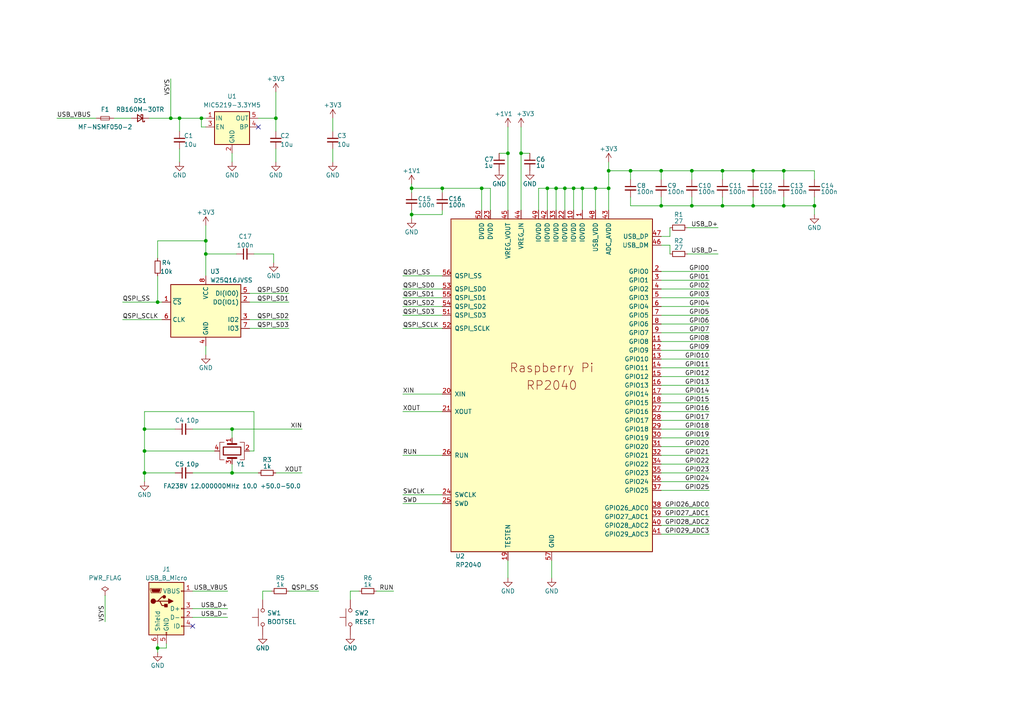
<source format=kicad_sch>
(kicad_sch (version 20211123) (generator eeschema)

  (uuid e63e39d7-6ac0-4ffd-8aa3-1841a4541b55)

  (paper "A4")

  (title_block
    (title "RP2040 Controller")
    (date "2022-02-11")
    (rev "1")
    (company "KaoriYa")
  )

  (lib_symbols
    (symbol "Connector:USB_B_Micro" (pin_names (offset 1.016)) (in_bom yes) (on_board yes)
      (property "Reference" "J" (id 0) (at -5.08 11.43 0)
        (effects (font (size 1.27 1.27)) (justify left))
      )
      (property "Value" "USB_B_Micro" (id 1) (at -5.08 8.89 0)
        (effects (font (size 1.27 1.27)) (justify left))
      )
      (property "Footprint" "" (id 2) (at 3.81 -1.27 0)
        (effects (font (size 1.27 1.27)) hide)
      )
      (property "Datasheet" "~" (id 3) (at 3.81 -1.27 0)
        (effects (font (size 1.27 1.27)) hide)
      )
      (property "ki_keywords" "connector USB micro" (id 4) (at 0 0 0)
        (effects (font (size 1.27 1.27)) hide)
      )
      (property "ki_description" "USB Micro Type B connector" (id 5) (at 0 0 0)
        (effects (font (size 1.27 1.27)) hide)
      )
      (property "ki_fp_filters" "USB*" (id 6) (at 0 0 0)
        (effects (font (size 1.27 1.27)) hide)
      )
      (symbol "USB_B_Micro_0_1"
        (rectangle (start -5.08 -7.62) (end 5.08 7.62)
          (stroke (width 0.254) (type default) (color 0 0 0 0))
          (fill (type background))
        )
        (circle (center -3.81 2.159) (radius 0.635)
          (stroke (width 0.254) (type default) (color 0 0 0 0))
          (fill (type outline))
        )
        (circle (center -0.635 3.429) (radius 0.381)
          (stroke (width 0.254) (type default) (color 0 0 0 0))
          (fill (type outline))
        )
        (rectangle (start -0.127 -7.62) (end 0.127 -6.858)
          (stroke (width 0) (type default) (color 0 0 0 0))
          (fill (type none))
        )
        (polyline
          (pts
            (xy -1.905 2.159)
            (xy 0.635 2.159)
          )
          (stroke (width 0.254) (type default) (color 0 0 0 0))
          (fill (type none))
        )
        (polyline
          (pts
            (xy -3.175 2.159)
            (xy -2.54 2.159)
            (xy -1.27 3.429)
            (xy -0.635 3.429)
          )
          (stroke (width 0.254) (type default) (color 0 0 0 0))
          (fill (type none))
        )
        (polyline
          (pts
            (xy -2.54 2.159)
            (xy -1.905 2.159)
            (xy -1.27 0.889)
            (xy 0 0.889)
          )
          (stroke (width 0.254) (type default) (color 0 0 0 0))
          (fill (type none))
        )
        (polyline
          (pts
            (xy 0.635 2.794)
            (xy 0.635 1.524)
            (xy 1.905 2.159)
            (xy 0.635 2.794)
          )
          (stroke (width 0.254) (type default) (color 0 0 0 0))
          (fill (type outline))
        )
        (polyline
          (pts
            (xy -4.318 5.588)
            (xy -1.778 5.588)
            (xy -2.032 4.826)
            (xy -4.064 4.826)
            (xy -4.318 5.588)
          )
          (stroke (width 0) (type default) (color 0 0 0 0))
          (fill (type outline))
        )
        (polyline
          (pts
            (xy -4.699 5.842)
            (xy -4.699 5.588)
            (xy -4.445 4.826)
            (xy -4.445 4.572)
            (xy -1.651 4.572)
            (xy -1.651 4.826)
            (xy -1.397 5.588)
            (xy -1.397 5.842)
            (xy -4.699 5.842)
          )
          (stroke (width 0) (type default) (color 0 0 0 0))
          (fill (type none))
        )
        (rectangle (start 0.254 1.27) (end -0.508 0.508)
          (stroke (width 0.254) (type default) (color 0 0 0 0))
          (fill (type outline))
        )
        (rectangle (start 5.08 -5.207) (end 4.318 -4.953)
          (stroke (width 0) (type default) (color 0 0 0 0))
          (fill (type none))
        )
        (rectangle (start 5.08 -2.667) (end 4.318 -2.413)
          (stroke (width 0) (type default) (color 0 0 0 0))
          (fill (type none))
        )
        (rectangle (start 5.08 -0.127) (end 4.318 0.127)
          (stroke (width 0) (type default) (color 0 0 0 0))
          (fill (type none))
        )
        (rectangle (start 5.08 4.953) (end 4.318 5.207)
          (stroke (width 0) (type default) (color 0 0 0 0))
          (fill (type none))
        )
      )
      (symbol "USB_B_Micro_1_1"
        (pin power_out line (at 7.62 5.08 180) (length 2.54)
          (name "VBUS" (effects (font (size 1.27 1.27))))
          (number "1" (effects (font (size 1.27 1.27))))
        )
        (pin bidirectional line (at 7.62 -2.54 180) (length 2.54)
          (name "D-" (effects (font (size 1.27 1.27))))
          (number "2" (effects (font (size 1.27 1.27))))
        )
        (pin bidirectional line (at 7.62 0 180) (length 2.54)
          (name "D+" (effects (font (size 1.27 1.27))))
          (number "3" (effects (font (size 1.27 1.27))))
        )
        (pin passive line (at 7.62 -5.08 180) (length 2.54)
          (name "ID" (effects (font (size 1.27 1.27))))
          (number "4" (effects (font (size 1.27 1.27))))
        )
        (pin power_out line (at 0 -10.16 90) (length 2.54)
          (name "GND" (effects (font (size 1.27 1.27))))
          (number "5" (effects (font (size 1.27 1.27))))
        )
        (pin passive line (at -2.54 -10.16 90) (length 2.54)
          (name "Shield" (effects (font (size 1.27 1.27))))
          (number "6" (effects (font (size 1.27 1.27))))
        )
      )
    )
    (symbol "Device:C_Small" (pin_numbers hide) (pin_names (offset 0.254) hide) (in_bom yes) (on_board yes)
      (property "Reference" "C" (id 0) (at 0.254 1.778 0)
        (effects (font (size 1.27 1.27)) (justify left))
      )
      (property "Value" "C_Small" (id 1) (at 0.254 -2.032 0)
        (effects (font (size 1.27 1.27)) (justify left))
      )
      (property "Footprint" "" (id 2) (at 0 0 0)
        (effects (font (size 1.27 1.27)) hide)
      )
      (property "Datasheet" "~" (id 3) (at 0 0 0)
        (effects (font (size 1.27 1.27)) hide)
      )
      (property "ki_keywords" "capacitor cap" (id 4) (at 0 0 0)
        (effects (font (size 1.27 1.27)) hide)
      )
      (property "ki_description" "Unpolarized capacitor, small symbol" (id 5) (at 0 0 0)
        (effects (font (size 1.27 1.27)) hide)
      )
      (property "ki_fp_filters" "C_*" (id 6) (at 0 0 0)
        (effects (font (size 1.27 1.27)) hide)
      )
      (symbol "C_Small_0_1"
        (polyline
          (pts
            (xy -1.524 -0.508)
            (xy 1.524 -0.508)
          )
          (stroke (width 0.3302) (type default) (color 0 0 0 0))
          (fill (type none))
        )
        (polyline
          (pts
            (xy -1.524 0.508)
            (xy 1.524 0.508)
          )
          (stroke (width 0.3048) (type default) (color 0 0 0 0))
          (fill (type none))
        )
      )
      (symbol "C_Small_1_1"
        (pin passive line (at 0 2.54 270) (length 2.032)
          (name "~" (effects (font (size 1.27 1.27))))
          (number "1" (effects (font (size 1.27 1.27))))
        )
        (pin passive line (at 0 -2.54 90) (length 2.032)
          (name "~" (effects (font (size 1.27 1.27))))
          (number "2" (effects (font (size 1.27 1.27))))
        )
      )
    )
    (symbol "Device:Crystal_GND24" (pin_names (offset 1.016) hide) (in_bom yes) (on_board yes)
      (property "Reference" "Y" (id 0) (at 3.175 5.08 0)
        (effects (font (size 1.27 1.27)) (justify left))
      )
      (property "Value" "Crystal_GND24" (id 1) (at 3.175 3.175 0)
        (effects (font (size 1.27 1.27)) (justify left))
      )
      (property "Footprint" "" (id 2) (at 0 0 0)
        (effects (font (size 1.27 1.27)) hide)
      )
      (property "Datasheet" "~" (id 3) (at 0 0 0)
        (effects (font (size 1.27 1.27)) hide)
      )
      (property "ki_keywords" "quartz ceramic resonator oscillator" (id 4) (at 0 0 0)
        (effects (font (size 1.27 1.27)) hide)
      )
      (property "ki_description" "Four pin crystal, GND on pins 2 and 4" (id 5) (at 0 0 0)
        (effects (font (size 1.27 1.27)) hide)
      )
      (property "ki_fp_filters" "Crystal*" (id 6) (at 0 0 0)
        (effects (font (size 1.27 1.27)) hide)
      )
      (symbol "Crystal_GND24_0_1"
        (rectangle (start -1.143 2.54) (end 1.143 -2.54)
          (stroke (width 0.3048) (type default) (color 0 0 0 0))
          (fill (type none))
        )
        (polyline
          (pts
            (xy -2.54 0)
            (xy -2.032 0)
          )
          (stroke (width 0) (type default) (color 0 0 0 0))
          (fill (type none))
        )
        (polyline
          (pts
            (xy -2.032 -1.27)
            (xy -2.032 1.27)
          )
          (stroke (width 0.508) (type default) (color 0 0 0 0))
          (fill (type none))
        )
        (polyline
          (pts
            (xy 0 -3.81)
            (xy 0 -3.556)
          )
          (stroke (width 0) (type default) (color 0 0 0 0))
          (fill (type none))
        )
        (polyline
          (pts
            (xy 0 3.556)
            (xy 0 3.81)
          )
          (stroke (width 0) (type default) (color 0 0 0 0))
          (fill (type none))
        )
        (polyline
          (pts
            (xy 2.032 -1.27)
            (xy 2.032 1.27)
          )
          (stroke (width 0.508) (type default) (color 0 0 0 0))
          (fill (type none))
        )
        (polyline
          (pts
            (xy 2.032 0)
            (xy 2.54 0)
          )
          (stroke (width 0) (type default) (color 0 0 0 0))
          (fill (type none))
        )
        (polyline
          (pts
            (xy -2.54 -2.286)
            (xy -2.54 -3.556)
            (xy 2.54 -3.556)
            (xy 2.54 -2.286)
          )
          (stroke (width 0) (type default) (color 0 0 0 0))
          (fill (type none))
        )
        (polyline
          (pts
            (xy -2.54 2.286)
            (xy -2.54 3.556)
            (xy 2.54 3.556)
            (xy 2.54 2.286)
          )
          (stroke (width 0) (type default) (color 0 0 0 0))
          (fill (type none))
        )
      )
      (symbol "Crystal_GND24_1_1"
        (pin passive line (at -3.81 0 0) (length 1.27)
          (name "1" (effects (font (size 1.27 1.27))))
          (number "1" (effects (font (size 1.27 1.27))))
        )
        (pin passive line (at 0 5.08 270) (length 1.27)
          (name "2" (effects (font (size 1.27 1.27))))
          (number "2" (effects (font (size 1.27 1.27))))
        )
        (pin passive line (at 3.81 0 180) (length 1.27)
          (name "3" (effects (font (size 1.27 1.27))))
          (number "3" (effects (font (size 1.27 1.27))))
        )
        (pin passive line (at 0 -5.08 90) (length 1.27)
          (name "4" (effects (font (size 1.27 1.27))))
          (number "4" (effects (font (size 1.27 1.27))))
        )
      )
    )
    (symbol "Device:D_Schottky_Small" (pin_numbers hide) (pin_names (offset 0.254) hide) (in_bom yes) (on_board yes)
      (property "Reference" "D" (id 0) (at -1.27 2.032 0)
        (effects (font (size 1.27 1.27)) (justify left))
      )
      (property "Value" "D_Schottky_Small" (id 1) (at -7.112 -2.032 0)
        (effects (font (size 1.27 1.27)) (justify left))
      )
      (property "Footprint" "" (id 2) (at 0 0 90)
        (effects (font (size 1.27 1.27)) hide)
      )
      (property "Datasheet" "~" (id 3) (at 0 0 90)
        (effects (font (size 1.27 1.27)) hide)
      )
      (property "ki_keywords" "diode Schottky" (id 4) (at 0 0 0)
        (effects (font (size 1.27 1.27)) hide)
      )
      (property "ki_description" "Schottky diode, small symbol" (id 5) (at 0 0 0)
        (effects (font (size 1.27 1.27)) hide)
      )
      (property "ki_fp_filters" "TO-???* *_Diode_* *SingleDiode* D_*" (id 6) (at 0 0 0)
        (effects (font (size 1.27 1.27)) hide)
      )
      (symbol "D_Schottky_Small_0_1"
        (polyline
          (pts
            (xy -0.762 0)
            (xy 0.762 0)
          )
          (stroke (width 0) (type default) (color 0 0 0 0))
          (fill (type none))
        )
        (polyline
          (pts
            (xy 0.762 -1.016)
            (xy -0.762 0)
            (xy 0.762 1.016)
            (xy 0.762 -1.016)
          )
          (stroke (width 0.254) (type default) (color 0 0 0 0))
          (fill (type none))
        )
        (polyline
          (pts
            (xy -1.27 0.762)
            (xy -1.27 1.016)
            (xy -0.762 1.016)
            (xy -0.762 -1.016)
            (xy -0.254 -1.016)
            (xy -0.254 -0.762)
          )
          (stroke (width 0.254) (type default) (color 0 0 0 0))
          (fill (type none))
        )
      )
      (symbol "D_Schottky_Small_1_1"
        (pin passive line (at -2.54 0 0) (length 1.778)
          (name "K" (effects (font (size 1.27 1.27))))
          (number "1" (effects (font (size 1.27 1.27))))
        )
        (pin passive line (at 2.54 0 180) (length 1.778)
          (name "A" (effects (font (size 1.27 1.27))))
          (number "2" (effects (font (size 1.27 1.27))))
        )
      )
    )
    (symbol "Device:Fuse_Small" (pin_numbers hide) (pin_names (offset 0.254) hide) (in_bom yes) (on_board yes)
      (property "Reference" "F" (id 0) (at 0 -1.524 0)
        (effects (font (size 1.27 1.27)))
      )
      (property "Value" "Fuse_Small" (id 1) (at 0 1.524 0)
        (effects (font (size 1.27 1.27)))
      )
      (property "Footprint" "" (id 2) (at 0 0 0)
        (effects (font (size 1.27 1.27)) hide)
      )
      (property "Datasheet" "~" (id 3) (at 0 0 0)
        (effects (font (size 1.27 1.27)) hide)
      )
      (property "ki_keywords" "fuse" (id 4) (at 0 0 0)
        (effects (font (size 1.27 1.27)) hide)
      )
      (property "ki_description" "Fuse, small symbol" (id 5) (at 0 0 0)
        (effects (font (size 1.27 1.27)) hide)
      )
      (property "ki_fp_filters" "SM*" (id 6) (at 0 0 0)
        (effects (font (size 1.27 1.27)) hide)
      )
      (symbol "Fuse_Small_0_1"
        (rectangle (start -1.27 0.508) (end 1.27 -0.508)
          (stroke (width 0) (type default) (color 0 0 0 0))
          (fill (type none))
        )
        (polyline
          (pts
            (xy -1.27 0)
            (xy 1.27 0)
          )
          (stroke (width 0) (type default) (color 0 0 0 0))
          (fill (type none))
        )
      )
      (symbol "Fuse_Small_1_1"
        (pin passive line (at -2.54 0 0) (length 1.27)
          (name "~" (effects (font (size 1.27 1.27))))
          (number "1" (effects (font (size 1.27 1.27))))
        )
        (pin passive line (at 2.54 0 180) (length 1.27)
          (name "~" (effects (font (size 1.27 1.27))))
          (number "2" (effects (font (size 1.27 1.27))))
        )
      )
    )
    (symbol "Device:R_Small" (pin_numbers hide) (pin_names (offset 0.254) hide) (in_bom yes) (on_board yes)
      (property "Reference" "R" (id 0) (at 0.762 0.508 0)
        (effects (font (size 1.27 1.27)) (justify left))
      )
      (property "Value" "R_Small" (id 1) (at 0.762 -1.016 0)
        (effects (font (size 1.27 1.27)) (justify left))
      )
      (property "Footprint" "" (id 2) (at 0 0 0)
        (effects (font (size 1.27 1.27)) hide)
      )
      (property "Datasheet" "~" (id 3) (at 0 0 0)
        (effects (font (size 1.27 1.27)) hide)
      )
      (property "ki_keywords" "R resistor" (id 4) (at 0 0 0)
        (effects (font (size 1.27 1.27)) hide)
      )
      (property "ki_description" "Resistor, small symbol" (id 5) (at 0 0 0)
        (effects (font (size 1.27 1.27)) hide)
      )
      (property "ki_fp_filters" "R_*" (id 6) (at 0 0 0)
        (effects (font (size 1.27 1.27)) hide)
      )
      (symbol "R_Small_0_1"
        (rectangle (start -0.762 1.778) (end 0.762 -1.778)
          (stroke (width 0.2032) (type default) (color 0 0 0 0))
          (fill (type none))
        )
      )
      (symbol "R_Small_1_1"
        (pin passive line (at 0 2.54 270) (length 0.762)
          (name "~" (effects (font (size 1.27 1.27))))
          (number "1" (effects (font (size 1.27 1.27))))
        )
        (pin passive line (at 0 -2.54 90) (length 0.762)
          (name "~" (effects (font (size 1.27 1.27))))
          (number "2" (effects (font (size 1.27 1.27))))
        )
      )
    )
    (symbol "MCU_RaspberryPi_RP2040:RP2040" (pin_names (offset 1.016)) (in_bom yes) (on_board yes)
      (property "Reference" "U" (id 0) (at -29.21 49.53 0)
        (effects (font (size 1.27 1.27)))
      )
      (property "Value" "RP2040" (id 1) (at 24.13 -49.53 0)
        (effects (font (size 1.27 1.27)))
      )
      (property "Footprint" "RP2040_minimal:RP2040-QFN-56" (id 2) (at -19.05 0 0)
        (effects (font (size 1.27 1.27)) hide)
      )
      (property "Datasheet" "" (id 3) (at -19.05 0 0)
        (effects (font (size 1.27 1.27)) hide)
      )
      (symbol "RP2040_0_0"
        (text "Raspberry Pi" (at 0 5.08 0)
          (effects (font (size 2.54 2.54)))
        )
        (text "RP2040" (at 0 0 0)
          (effects (font (size 2.54 2.54)))
        )
      )
      (symbol "RP2040_0_1"
        (rectangle (start 29.21 48.26) (end -29.21 -48.26)
          (stroke (width 0.254) (type default) (color 0 0 0 0))
          (fill (type background))
        )
      )
      (symbol "RP2040_1_1"
        (pin power_in line (at 8.89 50.8 270) (length 2.54)
          (name "IOVDD" (effects (font (size 1.27 1.27))))
          (number "1" (effects (font (size 1.27 1.27))))
        )
        (pin power_in line (at 6.35 50.8 270) (length 2.54)
          (name "IOVDD" (effects (font (size 1.27 1.27))))
          (number "10" (effects (font (size 1.27 1.27))))
        )
        (pin bidirectional line (at 31.75 12.7 180) (length 2.54)
          (name "GPIO8" (effects (font (size 1.27 1.27))))
          (number "11" (effects (font (size 1.27 1.27))))
        )
        (pin bidirectional line (at 31.75 10.16 180) (length 2.54)
          (name "GPIO9" (effects (font (size 1.27 1.27))))
          (number "12" (effects (font (size 1.27 1.27))))
        )
        (pin bidirectional line (at 31.75 7.62 180) (length 2.54)
          (name "GPIO10" (effects (font (size 1.27 1.27))))
          (number "13" (effects (font (size 1.27 1.27))))
        )
        (pin bidirectional line (at 31.75 5.08 180) (length 2.54)
          (name "GPIO11" (effects (font (size 1.27 1.27))))
          (number "14" (effects (font (size 1.27 1.27))))
        )
        (pin bidirectional line (at 31.75 2.54 180) (length 2.54)
          (name "GPIO12" (effects (font (size 1.27 1.27))))
          (number "15" (effects (font (size 1.27 1.27))))
        )
        (pin bidirectional line (at 31.75 0 180) (length 2.54)
          (name "GPIO13" (effects (font (size 1.27 1.27))))
          (number "16" (effects (font (size 1.27 1.27))))
        )
        (pin bidirectional line (at 31.75 -2.54 180) (length 2.54)
          (name "GPIO14" (effects (font (size 1.27 1.27))))
          (number "17" (effects (font (size 1.27 1.27))))
        )
        (pin bidirectional line (at 31.75 -5.08 180) (length 2.54)
          (name "GPIO15" (effects (font (size 1.27 1.27))))
          (number "18" (effects (font (size 1.27 1.27))))
        )
        (pin passive line (at -12.7 -50.8 90) (length 2.54)
          (name "TESTEN" (effects (font (size 1.27 1.27))))
          (number "19" (effects (font (size 1.27 1.27))))
        )
        (pin bidirectional line (at 31.75 33.02 180) (length 2.54)
          (name "GPIO0" (effects (font (size 1.27 1.27))))
          (number "2" (effects (font (size 1.27 1.27))))
        )
        (pin input line (at -31.75 -2.54 0) (length 2.54)
          (name "XIN" (effects (font (size 1.27 1.27))))
          (number "20" (effects (font (size 1.27 1.27))))
        )
        (pin passive line (at -31.75 -7.62 0) (length 2.54)
          (name "XOUT" (effects (font (size 1.27 1.27))))
          (number "21" (effects (font (size 1.27 1.27))))
        )
        (pin power_in line (at 3.81 50.8 270) (length 2.54)
          (name "IOVDD" (effects (font (size 1.27 1.27))))
          (number "22" (effects (font (size 1.27 1.27))))
        )
        (pin power_in line (at -17.78 50.8 270) (length 2.54)
          (name "DVDD" (effects (font (size 1.27 1.27))))
          (number "23" (effects (font (size 1.27 1.27))))
        )
        (pin output line (at -31.75 -31.75 0) (length 2.54)
          (name "SWCLK" (effects (font (size 1.27 1.27))))
          (number "24" (effects (font (size 1.27 1.27))))
        )
        (pin bidirectional line (at -31.75 -34.29 0) (length 2.54)
          (name "SWD" (effects (font (size 1.27 1.27))))
          (number "25" (effects (font (size 1.27 1.27))))
        )
        (pin input line (at -31.75 -20.32 0) (length 2.54)
          (name "RUN" (effects (font (size 1.27 1.27))))
          (number "26" (effects (font (size 1.27 1.27))))
        )
        (pin bidirectional line (at 31.75 -7.62 180) (length 2.54)
          (name "GPIO16" (effects (font (size 1.27 1.27))))
          (number "27" (effects (font (size 1.27 1.27))))
        )
        (pin bidirectional line (at 31.75 -10.16 180) (length 2.54)
          (name "GPIO17" (effects (font (size 1.27 1.27))))
          (number "28" (effects (font (size 1.27 1.27))))
        )
        (pin bidirectional line (at 31.75 -12.7 180) (length 2.54)
          (name "GPIO18" (effects (font (size 1.27 1.27))))
          (number "29" (effects (font (size 1.27 1.27))))
        )
        (pin bidirectional line (at 31.75 30.48 180) (length 2.54)
          (name "GPIO1" (effects (font (size 1.27 1.27))))
          (number "3" (effects (font (size 1.27 1.27))))
        )
        (pin bidirectional line (at 31.75 -15.24 180) (length 2.54)
          (name "GPIO19" (effects (font (size 1.27 1.27))))
          (number "30" (effects (font (size 1.27 1.27))))
        )
        (pin bidirectional line (at 31.75 -17.78 180) (length 2.54)
          (name "GPIO20" (effects (font (size 1.27 1.27))))
          (number "31" (effects (font (size 1.27 1.27))))
        )
        (pin bidirectional line (at 31.75 -20.32 180) (length 2.54)
          (name "GPIO21" (effects (font (size 1.27 1.27))))
          (number "32" (effects (font (size 1.27 1.27))))
        )
        (pin power_in line (at 1.27 50.8 270) (length 2.54)
          (name "IOVDD" (effects (font (size 1.27 1.27))))
          (number "33" (effects (font (size 1.27 1.27))))
        )
        (pin bidirectional line (at 31.75 -22.86 180) (length 2.54)
          (name "GPIO22" (effects (font (size 1.27 1.27))))
          (number "34" (effects (font (size 1.27 1.27))))
        )
        (pin bidirectional line (at 31.75 -25.4 180) (length 2.54)
          (name "GPIO23" (effects (font (size 1.27 1.27))))
          (number "35" (effects (font (size 1.27 1.27))))
        )
        (pin bidirectional line (at 31.75 -27.94 180) (length 2.54)
          (name "GPIO24" (effects (font (size 1.27 1.27))))
          (number "36" (effects (font (size 1.27 1.27))))
        )
        (pin bidirectional line (at 31.75 -30.48 180) (length 2.54)
          (name "GPIO25" (effects (font (size 1.27 1.27))))
          (number "37" (effects (font (size 1.27 1.27))))
        )
        (pin bidirectional line (at 31.75 -35.56 180) (length 2.54)
          (name "GPIO26_ADC0" (effects (font (size 1.27 1.27))))
          (number "38" (effects (font (size 1.27 1.27))))
        )
        (pin bidirectional line (at 31.75 -38.1 180) (length 2.54)
          (name "GPIO27_ADC1" (effects (font (size 1.27 1.27))))
          (number "39" (effects (font (size 1.27 1.27))))
        )
        (pin bidirectional line (at 31.75 27.94 180) (length 2.54)
          (name "GPIO2" (effects (font (size 1.27 1.27))))
          (number "4" (effects (font (size 1.27 1.27))))
        )
        (pin bidirectional line (at 31.75 -40.64 180) (length 2.54)
          (name "GPIO28_ADC2" (effects (font (size 1.27 1.27))))
          (number "40" (effects (font (size 1.27 1.27))))
        )
        (pin bidirectional line (at 31.75 -43.18 180) (length 2.54)
          (name "GPIO29_ADC3" (effects (font (size 1.27 1.27))))
          (number "41" (effects (font (size 1.27 1.27))))
        )
        (pin power_in line (at -1.27 50.8 270) (length 2.54)
          (name "IOVDD" (effects (font (size 1.27 1.27))))
          (number "42" (effects (font (size 1.27 1.27))))
        )
        (pin power_in line (at 16.51 50.8 270) (length 2.54)
          (name "ADC_AVDD" (effects (font (size 1.27 1.27))))
          (number "43" (effects (font (size 1.27 1.27))))
        )
        (pin power_in line (at -8.89 50.8 270) (length 2.54)
          (name "VREG_IN" (effects (font (size 1.27 1.27))))
          (number "44" (effects (font (size 1.27 1.27))))
        )
        (pin power_out line (at -12.7 50.8 270) (length 2.54)
          (name "VREG_VOUT" (effects (font (size 1.27 1.27))))
          (number "45" (effects (font (size 1.27 1.27))))
        )
        (pin bidirectional line (at 31.75 40.64 180) (length 2.54)
          (name "USB_DM" (effects (font (size 1.27 1.27))))
          (number "46" (effects (font (size 1.27 1.27))))
        )
        (pin bidirectional line (at 31.75 43.18 180) (length 2.54)
          (name "USB_DP" (effects (font (size 1.27 1.27))))
          (number "47" (effects (font (size 1.27 1.27))))
        )
        (pin power_in line (at 12.7 50.8 270) (length 2.54)
          (name "USB_VDD" (effects (font (size 1.27 1.27))))
          (number "48" (effects (font (size 1.27 1.27))))
        )
        (pin power_in line (at -3.81 50.8 270) (length 2.54)
          (name "IOVDD" (effects (font (size 1.27 1.27))))
          (number "49" (effects (font (size 1.27 1.27))))
        )
        (pin bidirectional line (at 31.75 25.4 180) (length 2.54)
          (name "GPIO3" (effects (font (size 1.27 1.27))))
          (number "5" (effects (font (size 1.27 1.27))))
        )
        (pin power_in line (at -20.32 50.8 270) (length 2.54)
          (name "DVDD" (effects (font (size 1.27 1.27))))
          (number "50" (effects (font (size 1.27 1.27))))
        )
        (pin bidirectional line (at -31.75 20.32 0) (length 2.54)
          (name "QSPI_SD3" (effects (font (size 1.27 1.27))))
          (number "51" (effects (font (size 1.27 1.27))))
        )
        (pin output line (at -31.75 16.51 0) (length 2.54)
          (name "QSPI_SCLK" (effects (font (size 1.27 1.27))))
          (number "52" (effects (font (size 1.27 1.27))))
        )
        (pin bidirectional line (at -31.75 27.94 0) (length 2.54)
          (name "QSPI_SD0" (effects (font (size 1.27 1.27))))
          (number "53" (effects (font (size 1.27 1.27))))
        )
        (pin bidirectional line (at -31.75 22.86 0) (length 2.54)
          (name "QSPI_SD2" (effects (font (size 1.27 1.27))))
          (number "54" (effects (font (size 1.27 1.27))))
        )
        (pin bidirectional line (at -31.75 25.4 0) (length 2.54)
          (name "QSPI_SD1" (effects (font (size 1.27 1.27))))
          (number "55" (effects (font (size 1.27 1.27))))
        )
        (pin bidirectional line (at -31.75 31.75 0) (length 2.54)
          (name "QSPI_SS" (effects (font (size 1.27 1.27))))
          (number "56" (effects (font (size 1.27 1.27))))
        )
        (pin power_in line (at 0 -50.8 90) (length 2.54)
          (name "GND" (effects (font (size 1.27 1.27))))
          (number "57" (effects (font (size 1.27 1.27))))
        )
        (pin bidirectional line (at 31.75 22.86 180) (length 2.54)
          (name "GPIO4" (effects (font (size 1.27 1.27))))
          (number "6" (effects (font (size 1.27 1.27))))
        )
        (pin bidirectional line (at 31.75 20.32 180) (length 2.54)
          (name "GPIO5" (effects (font (size 1.27 1.27))))
          (number "7" (effects (font (size 1.27 1.27))))
        )
        (pin bidirectional line (at 31.75 17.78 180) (length 2.54)
          (name "GPIO6" (effects (font (size 1.27 1.27))))
          (number "8" (effects (font (size 1.27 1.27))))
        )
        (pin bidirectional line (at 31.75 15.24 180) (length 2.54)
          (name "GPIO7" (effects (font (size 1.27 1.27))))
          (number "9" (effects (font (size 1.27 1.27))))
        )
      )
    )
    (symbol "Memory_Flash:W25Q32JVSS" (in_bom yes) (on_board yes)
      (property "Reference" "U" (id 0) (at -8.89 8.89 0)
        (effects (font (size 1.27 1.27)))
      )
      (property "Value" "W25Q32JVSS" (id 1) (at 7.62 8.89 0)
        (effects (font (size 1.27 1.27)))
      )
      (property "Footprint" "Package_SO:SOIC-8_5.23x5.23mm_P1.27mm" (id 2) (at 0 0 0)
        (effects (font (size 1.27 1.27)) hide)
      )
      (property "Datasheet" "http://www.winbond.com/resource-files/w25q32jv%20revg%2003272018%20plus.pdf" (id 3) (at 0 0 0)
        (effects (font (size 1.27 1.27)) hide)
      )
      (property "ki_keywords" "flash memory SPI" (id 4) (at 0 0 0)
        (effects (font (size 1.27 1.27)) hide)
      )
      (property "ki_description" "32Mb Serial Flash Memory, Standard/Dual/Quad SPI, SOIC-8" (id 5) (at 0 0 0)
        (effects (font (size 1.27 1.27)) hide)
      )
      (property "ki_fp_filters" "SOIC*5.23x5.23mm*P1.27mm*" (id 6) (at 0 0 0)
        (effects (font (size 1.27 1.27)) hide)
      )
      (symbol "W25Q32JVSS_0_1"
        (rectangle (start -10.16 7.62) (end 10.16 -7.62)
          (stroke (width 0.254) (type default) (color 0 0 0 0))
          (fill (type background))
        )
      )
      (symbol "W25Q32JVSS_1_1"
        (pin input line (at -12.7 2.54 0) (length 2.54)
          (name "~{CS}" (effects (font (size 1.27 1.27))))
          (number "1" (effects (font (size 1.27 1.27))))
        )
        (pin bidirectional line (at 12.7 2.54 180) (length 2.54)
          (name "DO(IO1)" (effects (font (size 1.27 1.27))))
          (number "2" (effects (font (size 1.27 1.27))))
        )
        (pin bidirectional line (at 12.7 -2.54 180) (length 2.54)
          (name "IO2" (effects (font (size 1.27 1.27))))
          (number "3" (effects (font (size 1.27 1.27))))
        )
        (pin power_in line (at 0 -10.16 90) (length 2.54)
          (name "GND" (effects (font (size 1.27 1.27))))
          (number "4" (effects (font (size 1.27 1.27))))
        )
        (pin bidirectional line (at 12.7 5.08 180) (length 2.54)
          (name "DI(IO0)" (effects (font (size 1.27 1.27))))
          (number "5" (effects (font (size 1.27 1.27))))
        )
        (pin input line (at -12.7 -2.54 0) (length 2.54)
          (name "CLK" (effects (font (size 1.27 1.27))))
          (number "6" (effects (font (size 1.27 1.27))))
        )
        (pin bidirectional line (at 12.7 -5.08 180) (length 2.54)
          (name "IO3" (effects (font (size 1.27 1.27))))
          (number "7" (effects (font (size 1.27 1.27))))
        )
        (pin power_in line (at 0 10.16 270) (length 2.54)
          (name "VCC" (effects (font (size 1.27 1.27))))
          (number "8" (effects (font (size 1.27 1.27))))
        )
      )
    )
    (symbol "Regulator_Linear:MIC5219-3.3YM5" (pin_names (offset 0.254)) (in_bom yes) (on_board yes)
      (property "Reference" "U" (id 0) (at -3.81 5.715 0)
        (effects (font (size 1.27 1.27)))
      )
      (property "Value" "MIC5219-3.3YM5" (id 1) (at 0 5.715 0)
        (effects (font (size 1.27 1.27)) (justify left))
      )
      (property "Footprint" "Package_TO_SOT_SMD:SOT-23-5" (id 2) (at 0 8.255 0)
        (effects (font (size 1.27 1.27)) hide)
      )
      (property "Datasheet" "http://ww1.microchip.com/downloads/en/DeviceDoc/MIC5219-500mA-Peak-Output-LDO-Regulator-DS20006021A.pdf" (id 3) (at 0 0 0)
        (effects (font (size 1.27 1.27)) hide)
      )
      (property "ki_keywords" "500mA ultra-low-noise LDO linear voltage regulator fixed positive" (id 4) (at 0 0 0)
        (effects (font (size 1.27 1.27)) hide)
      )
      (property "ki_description" "500mA low dropout linear regulator, fixed 3.3V output, SOT-23-5" (id 5) (at 0 0 0)
        (effects (font (size 1.27 1.27)) hide)
      )
      (property "ki_fp_filters" "SOT?23*" (id 6) (at 0 0 0)
        (effects (font (size 1.27 1.27)) hide)
      )
      (symbol "MIC5219-3.3YM5_0_1"
        (rectangle (start -5.08 4.445) (end 5.08 -5.08)
          (stroke (width 0.254) (type default) (color 0 0 0 0))
          (fill (type background))
        )
      )
      (symbol "MIC5219-3.3YM5_1_1"
        (pin power_in line (at -7.62 2.54 0) (length 2.54)
          (name "IN" (effects (font (size 1.27 1.27))))
          (number "1" (effects (font (size 1.27 1.27))))
        )
        (pin power_in line (at 0 -7.62 90) (length 2.54)
          (name "GND" (effects (font (size 1.27 1.27))))
          (number "2" (effects (font (size 1.27 1.27))))
        )
        (pin input line (at -7.62 0 0) (length 2.54)
          (name "EN" (effects (font (size 1.27 1.27))))
          (number "3" (effects (font (size 1.27 1.27))))
        )
        (pin input line (at 7.62 0 180) (length 2.54)
          (name "BP" (effects (font (size 1.27 1.27))))
          (number "4" (effects (font (size 1.27 1.27))))
        )
        (pin power_out line (at 7.62 2.54 180) (length 2.54)
          (name "OUT" (effects (font (size 1.27 1.27))))
          (number "5" (effects (font (size 1.27 1.27))))
        )
      )
    )
    (symbol "Switch:SW_Push" (pin_numbers hide) (pin_names (offset 1.016) hide) (in_bom yes) (on_board yes)
      (property "Reference" "SW" (id 0) (at 1.27 2.54 0)
        (effects (font (size 1.27 1.27)) (justify left))
      )
      (property "Value" "SW_Push" (id 1) (at 0 -1.524 0)
        (effects (font (size 1.27 1.27)))
      )
      (property "Footprint" "" (id 2) (at 0 5.08 0)
        (effects (font (size 1.27 1.27)) hide)
      )
      (property "Datasheet" "~" (id 3) (at 0 5.08 0)
        (effects (font (size 1.27 1.27)) hide)
      )
      (property "ki_keywords" "switch normally-open pushbutton push-button" (id 4) (at 0 0 0)
        (effects (font (size 1.27 1.27)) hide)
      )
      (property "ki_description" "Push button switch, generic, two pins" (id 5) (at 0 0 0)
        (effects (font (size 1.27 1.27)) hide)
      )
      (symbol "SW_Push_0_1"
        (circle (center -2.032 0) (radius 0.508)
          (stroke (width 0) (type default) (color 0 0 0 0))
          (fill (type none))
        )
        (polyline
          (pts
            (xy 0 1.27)
            (xy 0 3.048)
          )
          (stroke (width 0) (type default) (color 0 0 0 0))
          (fill (type none))
        )
        (polyline
          (pts
            (xy 2.54 1.27)
            (xy -2.54 1.27)
          )
          (stroke (width 0) (type default) (color 0 0 0 0))
          (fill (type none))
        )
        (circle (center 2.032 0) (radius 0.508)
          (stroke (width 0) (type default) (color 0 0 0 0))
          (fill (type none))
        )
        (pin passive line (at -5.08 0 0) (length 2.54)
          (name "1" (effects (font (size 1.27 1.27))))
          (number "1" (effects (font (size 1.27 1.27))))
        )
        (pin passive line (at 5.08 0 180) (length 2.54)
          (name "2" (effects (font (size 1.27 1.27))))
          (number "2" (effects (font (size 1.27 1.27))))
        )
      )
    )
    (symbol "power:+1V1" (power) (pin_names (offset 0)) (in_bom yes) (on_board yes)
      (property "Reference" "#PWR" (id 0) (at 0 -3.81 0)
        (effects (font (size 1.27 1.27)) hide)
      )
      (property "Value" "+1V1" (id 1) (at 0 3.556 0)
        (effects (font (size 1.27 1.27)))
      )
      (property "Footprint" "" (id 2) (at 0 0 0)
        (effects (font (size 1.27 1.27)) hide)
      )
      (property "Datasheet" "" (id 3) (at 0 0 0)
        (effects (font (size 1.27 1.27)) hide)
      )
      (property "ki_keywords" "power-flag" (id 4) (at 0 0 0)
        (effects (font (size 1.27 1.27)) hide)
      )
      (property "ki_description" "Power symbol creates a global label with name \"+1V1\"" (id 5) (at 0 0 0)
        (effects (font (size 1.27 1.27)) hide)
      )
      (symbol "+1V1_0_1"
        (polyline
          (pts
            (xy -0.762 1.27)
            (xy 0 2.54)
          )
          (stroke (width 0) (type default) (color 0 0 0 0))
          (fill (type none))
        )
        (polyline
          (pts
            (xy 0 0)
            (xy 0 2.54)
          )
          (stroke (width 0) (type default) (color 0 0 0 0))
          (fill (type none))
        )
        (polyline
          (pts
            (xy 0 2.54)
            (xy 0.762 1.27)
          )
          (stroke (width 0) (type default) (color 0 0 0 0))
          (fill (type none))
        )
      )
      (symbol "+1V1_1_1"
        (pin power_in line (at 0 0 90) (length 0) hide
          (name "+1V1" (effects (font (size 1.27 1.27))))
          (number "1" (effects (font (size 1.27 1.27))))
        )
      )
    )
    (symbol "power:+3V3" (power) (pin_names (offset 0)) (in_bom yes) (on_board yes)
      (property "Reference" "#PWR" (id 0) (at 0 -3.81 0)
        (effects (font (size 1.27 1.27)) hide)
      )
      (property "Value" "+3V3" (id 1) (at 0 3.556 0)
        (effects (font (size 1.27 1.27)))
      )
      (property "Footprint" "" (id 2) (at 0 0 0)
        (effects (font (size 1.27 1.27)) hide)
      )
      (property "Datasheet" "" (id 3) (at 0 0 0)
        (effects (font (size 1.27 1.27)) hide)
      )
      (property "ki_keywords" "power-flag" (id 4) (at 0 0 0)
        (effects (font (size 1.27 1.27)) hide)
      )
      (property "ki_description" "Power symbol creates a global label with name \"+3V3\"" (id 5) (at 0 0 0)
        (effects (font (size 1.27 1.27)) hide)
      )
      (symbol "+3V3_0_1"
        (polyline
          (pts
            (xy -0.762 1.27)
            (xy 0 2.54)
          )
          (stroke (width 0) (type default) (color 0 0 0 0))
          (fill (type none))
        )
        (polyline
          (pts
            (xy 0 0)
            (xy 0 2.54)
          )
          (stroke (width 0) (type default) (color 0 0 0 0))
          (fill (type none))
        )
        (polyline
          (pts
            (xy 0 2.54)
            (xy 0.762 1.27)
          )
          (stroke (width 0) (type default) (color 0 0 0 0))
          (fill (type none))
        )
      )
      (symbol "+3V3_1_1"
        (pin power_in line (at 0 0 90) (length 0) hide
          (name "+3V3" (effects (font (size 1.27 1.27))))
          (number "1" (effects (font (size 1.27 1.27))))
        )
      )
    )
    (symbol "power:GND" (power) (pin_names (offset 0)) (in_bom yes) (on_board yes)
      (property "Reference" "#PWR" (id 0) (at 0 -6.35 0)
        (effects (font (size 1.27 1.27)) hide)
      )
      (property "Value" "GND" (id 1) (at 0 -3.81 0)
        (effects (font (size 1.27 1.27)))
      )
      (property "Footprint" "" (id 2) (at 0 0 0)
        (effects (font (size 1.27 1.27)) hide)
      )
      (property "Datasheet" "" (id 3) (at 0 0 0)
        (effects (font (size 1.27 1.27)) hide)
      )
      (property "ki_keywords" "power-flag" (id 4) (at 0 0 0)
        (effects (font (size 1.27 1.27)) hide)
      )
      (property "ki_description" "Power symbol creates a global label with name \"GND\" , ground" (id 5) (at 0 0 0)
        (effects (font (size 1.27 1.27)) hide)
      )
      (symbol "GND_0_1"
        (polyline
          (pts
            (xy 0 0)
            (xy 0 -1.27)
            (xy 1.27 -1.27)
            (xy 0 -2.54)
            (xy -1.27 -1.27)
            (xy 0 -1.27)
          )
          (stroke (width 0) (type default) (color 0 0 0 0))
          (fill (type none))
        )
      )
      (symbol "GND_1_1"
        (pin power_in line (at 0 0 270) (length 0) hide
          (name "GND" (effects (font (size 1.27 1.27))))
          (number "1" (effects (font (size 1.27 1.27))))
        )
      )
    )
    (symbol "power:PWR_FLAG" (power) (pin_numbers hide) (pin_names (offset 0) hide) (in_bom yes) (on_board yes)
      (property "Reference" "#FLG" (id 0) (at 0 1.905 0)
        (effects (font (size 1.27 1.27)) hide)
      )
      (property "Value" "PWR_FLAG" (id 1) (at 0 3.81 0)
        (effects (font (size 1.27 1.27)))
      )
      (property "Footprint" "" (id 2) (at 0 0 0)
        (effects (font (size 1.27 1.27)) hide)
      )
      (property "Datasheet" "~" (id 3) (at 0 0 0)
        (effects (font (size 1.27 1.27)) hide)
      )
      (property "ki_keywords" "power-flag" (id 4) (at 0 0 0)
        (effects (font (size 1.27 1.27)) hide)
      )
      (property "ki_description" "Special symbol for telling ERC where power comes from" (id 5) (at 0 0 0)
        (effects (font (size 1.27 1.27)) hide)
      )
      (symbol "PWR_FLAG_0_0"
        (pin power_out line (at 0 0 90) (length 0)
          (name "pwr" (effects (font (size 1.27 1.27))))
          (number "1" (effects (font (size 1.27 1.27))))
        )
      )
      (symbol "PWR_FLAG_0_1"
        (polyline
          (pts
            (xy 0 0)
            (xy 0 1.27)
            (xy -1.016 1.905)
            (xy 0 2.54)
            (xy 1.016 1.905)
            (xy 0 1.27)
          )
          (stroke (width 0) (type default) (color 0 0 0 0))
          (fill (type none))
        )
      )
    )
  )

  (junction (at 59.69 69.85) (diameter 0) (color 0 0 0 0)
    (uuid 00558fe1-e0cb-4aab-908e-73855095a3bd)
  )
  (junction (at 209.55 59.69) (diameter 0) (color 0 0 0 0)
    (uuid 04673022-1585-4862-adc8-78a5905b35bb)
  )
  (junction (at 172.72 54.61) (diameter 0) (color 0 0 0 0)
    (uuid 0cdbd088-1df3-4325-8a98-a2d7df73e529)
  )
  (junction (at 176.53 54.61) (diameter 0) (color 0 0 0 0)
    (uuid 1594676b-009c-4e9f-bee4-c8af95ca045a)
  )
  (junction (at 200.66 59.69) (diameter 0) (color 0 0 0 0)
    (uuid 18880563-ec91-4770-9516-32462055ebfc)
  )
  (junction (at 218.44 49.53) (diameter 0) (color 0 0 0 0)
    (uuid 19c79a22-bd36-4979-9408-afe7e85aa23c)
  )
  (junction (at 227.33 59.69) (diameter 0) (color 0 0 0 0)
    (uuid 20cfe299-df6a-4171-bdd8-74cc6d1a91d8)
  )
  (junction (at 119.38 54.61) (diameter 0) (color 0 0 0 0)
    (uuid 291c4a7c-6821-4462-90a9-c5466f726395)
  )
  (junction (at 151.13 44.45) (diameter 0) (color 0 0 0 0)
    (uuid 31dcf79c-cd73-4cb0-b195-39a0b4568750)
  )
  (junction (at 139.7 54.61) (diameter 0) (color 0 0 0 0)
    (uuid 34670b8c-df17-4066-97f9-21753fde24eb)
  )
  (junction (at 147.32 44.45) (diameter 0) (color 0 0 0 0)
    (uuid 3c65c208-2f71-4f89-b835-ff57f1f2f08d)
  )
  (junction (at 41.91 130.81) (diameter 0) (color 0 0 0 0)
    (uuid 3cc62d5f-f40e-4344-b0b5-f828d51d374e)
  )
  (junction (at 41.91 137.16) (diameter 0) (color 0 0 0 0)
    (uuid 3ec1ce04-c0f5-40a4-9a8d-0128e02d1b2c)
  )
  (junction (at 182.88 49.53) (diameter 0) (color 0 0 0 0)
    (uuid 46bb4177-72e3-4622-906b-a5fb471b698a)
  )
  (junction (at 236.22 59.69) (diameter 0) (color 0 0 0 0)
    (uuid 4a8c0b93-3b91-4e04-92b8-f2078616fc6e)
  )
  (junction (at 158.75 54.61) (diameter 0) (color 0 0 0 0)
    (uuid 50da8eb1-4ca0-486f-90be-4c8a1fa9db14)
  )
  (junction (at 166.37 54.61) (diameter 0) (color 0 0 0 0)
    (uuid 53a0092f-8f8d-414f-a0dd-a8a8b9b319c2)
  )
  (junction (at 49.53 34.29) (diameter 0) (color 0 0 0 0)
    (uuid 558a47a7-c841-4c42-b696-f831ee16f7ef)
  )
  (junction (at 119.38 62.23) (diameter 0) (color 0 0 0 0)
    (uuid 5f80f9a1-e41f-4a99-a26c-1d599517ed4f)
  )
  (junction (at 67.31 137.16) (diameter 0) (color 0 0 0 0)
    (uuid 60dd614a-7198-4ed8-b142-ec6351d1b90b)
  )
  (junction (at 200.66 49.53) (diameter 0) (color 0 0 0 0)
    (uuid 60ebc2d0-4ed4-4d5b-a843-97d764a49be1)
  )
  (junction (at 128.27 54.61) (diameter 0) (color 0 0 0 0)
    (uuid 7bd7d9c1-ca98-4ce9-b53e-8391df4de308)
  )
  (junction (at 168.91 54.61) (diameter 0) (color 0 0 0 0)
    (uuid 7ef59d9f-a8b8-4585-9153-2e7dca8d37c7)
  )
  (junction (at 191.77 59.69) (diameter 0) (color 0 0 0 0)
    (uuid 8675e121-63a3-4953-9fd5-83943f766628)
  )
  (junction (at 163.83 54.61) (diameter 0) (color 0 0 0 0)
    (uuid 8909159c-ceba-44c3-9dd2-30f817a0b43b)
  )
  (junction (at 41.91 124.46) (diameter 0) (color 0 0 0 0)
    (uuid 94109501-22fa-4706-908f-d471b99bc00d)
  )
  (junction (at 45.72 187.96) (diameter 0) (color 0 0 0 0)
    (uuid 9905bf66-f712-4aa6-9574-af06595f8c82)
  )
  (junction (at 227.33 49.53) (diameter 0) (color 0 0 0 0)
    (uuid 99b59917-f52d-4b8a-8dbb-c5c7ed9bd77e)
  )
  (junction (at 80.01 34.29) (diameter 0) (color 0 0 0 0)
    (uuid a29863a5-c59e-4f8d-8c0c-e00a9130b36e)
  )
  (junction (at 191.77 49.53) (diameter 0) (color 0 0 0 0)
    (uuid b085a235-e2d1-452e-82ae-472c73664b43)
  )
  (junction (at 209.55 49.53) (diameter 0) (color 0 0 0 0)
    (uuid b32598f6-9fdd-4f2a-b2b6-1b46a1a519dd)
  )
  (junction (at 218.44 59.69) (diameter 0) (color 0 0 0 0)
    (uuid c1030f56-b1f7-4818-a427-9ab33bdd5df0)
  )
  (junction (at 161.29 54.61) (diameter 0) (color 0 0 0 0)
    (uuid c98b766d-0113-4382-b456-0e8a46b43576)
  )
  (junction (at 59.69 73.66) (diameter 0) (color 0 0 0 0)
    (uuid cc5eda73-c1bc-4c7b-babe-5614b2e69433)
  )
  (junction (at 45.72 87.63) (diameter 0) (color 0 0 0 0)
    (uuid d3b17864-ef23-426f-af2f-5d6f81807e4f)
  )
  (junction (at 176.53 49.53) (diameter 0) (color 0 0 0 0)
    (uuid e3ef991d-fb4d-4820-913b-611ad2e52dcf)
  )
  (junction (at 52.07 34.29) (diameter 0) (color 0 0 0 0)
    (uuid ef4cc3f2-4e0f-4223-b191-ac9065ed1c32)
  )
  (junction (at 58.42 34.29) (diameter 0) (color 0 0 0 0)
    (uuid f1aae254-719c-4285-8733-e083439a42c2)
  )
  (junction (at 67.31 124.46) (diameter 0) (color 0 0 0 0)
    (uuid f6442e2f-3862-4829-acc0-d50e14df6721)
  )

  (no_connect (at 55.88 181.61) (uuid 7ed1af22-116b-4d4f-b5ee-3cde5cf44a0d))
  (no_connect (at 74.93 36.83) (uuid cafb6c64-116d-453b-a874-9d59da7bfafd))

  (wire (pts (xy 59.69 36.83) (xy 58.42 36.83))
    (stroke (width 0) (type default) (color 0 0 0 0))
    (uuid 0067b846-7a1b-4e1a-bd06-99e86136193c)
  )
  (wire (pts (xy 200.66 59.69) (xy 209.55 59.69))
    (stroke (width 0) (type default) (color 0 0 0 0))
    (uuid 0191093e-f144-43bd-ab44-288a2c4e9479)
  )
  (wire (pts (xy 55.88 137.16) (xy 67.31 137.16))
    (stroke (width 0) (type default) (color 0 0 0 0))
    (uuid 01e8a51e-3d30-43ca-8708-5587ddaf9944)
  )
  (wire (pts (xy 191.77 91.44) (xy 205.74 91.44))
    (stroke (width 0) (type default) (color 0 0 0 0))
    (uuid 0264df4f-fa36-42db-84f0-759265e3c2da)
  )
  (wire (pts (xy 128.27 91.44) (xy 116.84 91.44))
    (stroke (width 0) (type default) (color 0 0 0 0))
    (uuid 04790392-ff8a-4db3-abee-0bf09603611c)
  )
  (wire (pts (xy 139.7 60.96) (xy 139.7 54.61))
    (stroke (width 0) (type default) (color 0 0 0 0))
    (uuid 04f1b7ea-2c62-485c-92c0-deb5f1ea345b)
  )
  (wire (pts (xy 191.77 111.76) (xy 205.74 111.76))
    (stroke (width 0) (type default) (color 0 0 0 0))
    (uuid 087c3caa-8f76-412e-963c-40270a1cbff5)
  )
  (wire (pts (xy 191.77 101.6) (xy 205.74 101.6))
    (stroke (width 0) (type default) (color 0 0 0 0))
    (uuid 0973ba83-ddb8-48b6-9fc3-a9ce86a62f28)
  )
  (wire (pts (xy 142.24 60.96) (xy 142.24 54.61))
    (stroke (width 0) (type default) (color 0 0 0 0))
    (uuid 0a4d7d25-472e-4312-a029-3732f5d896d0)
  )
  (wire (pts (xy 80.01 34.29) (xy 80.01 38.1))
    (stroke (width 0) (type default) (color 0 0 0 0))
    (uuid 0ca84342-6c2a-42f5-95d5-1ca3f4023a7e)
  )
  (wire (pts (xy 41.91 137.16) (xy 50.8 137.16))
    (stroke (width 0) (type default) (color 0 0 0 0))
    (uuid 0d60ca7a-0166-4366-8347-319b59966792)
  )
  (wire (pts (xy 55.88 124.46) (xy 67.31 124.46))
    (stroke (width 0) (type default) (color 0 0 0 0))
    (uuid 0de162d8-3047-4929-af40-75566ca2c836)
  )
  (wire (pts (xy 59.69 65.405) (xy 59.69 69.85))
    (stroke (width 0) (type default) (color 0 0 0 0))
    (uuid 0ee1377a-2da2-43c6-bf0a-326a43cc6912)
  )
  (wire (pts (xy 114.173 171.45) (xy 109.22 171.45))
    (stroke (width 0) (type default) (color 0 0 0 0))
    (uuid 12143829-0e6b-4bf1-8d5f-706fe5570038)
  )
  (wire (pts (xy 236.22 49.53) (xy 227.33 49.53))
    (stroke (width 0) (type default) (color 0 0 0 0))
    (uuid 1304c675-ecfe-4824-8378-df2b3efa453b)
  )
  (wire (pts (xy 35.56 87.63) (xy 45.72 87.63))
    (stroke (width 0) (type default) (color 0 0 0 0))
    (uuid 13eae0a1-ea0f-4d7c-8f4e-42181d09bf17)
  )
  (wire (pts (xy 191.77 132.08) (xy 205.74 132.08))
    (stroke (width 0) (type default) (color 0 0 0 0))
    (uuid 17cabc07-56e0-4b5f-a0bf-c0a3242b5495)
  )
  (wire (pts (xy 80.01 137.16) (xy 87.63 137.16))
    (stroke (width 0) (type default) (color 0 0 0 0))
    (uuid 1d49e4a1-b130-4721-85bd-cbb09e5b8966)
  )
  (wire (pts (xy 191.77 134.62) (xy 205.74 134.62))
    (stroke (width 0) (type default) (color 0 0 0 0))
    (uuid 1f564ab2-8d44-497b-aa32-59f433c9115d)
  )
  (wire (pts (xy 176.53 46.99) (xy 176.53 49.53))
    (stroke (width 0) (type default) (color 0 0 0 0))
    (uuid 2406dafa-bd18-4ec7-8c68-a5a9a8ca1885)
  )
  (wire (pts (xy 144.78 44.45) (xy 147.32 44.45))
    (stroke (width 0) (type default) (color 0 0 0 0))
    (uuid 2482176e-f24f-42fa-8edb-7490fc1a9f02)
  )
  (wire (pts (xy 41.91 130.81) (xy 41.91 137.16))
    (stroke (width 0) (type default) (color 0 0 0 0))
    (uuid 25253719-da6b-475b-a8ae-106efb41f462)
  )
  (wire (pts (xy 191.77 99.06) (xy 205.74 99.06))
    (stroke (width 0) (type default) (color 0 0 0 0))
    (uuid 25dbc0c9-8e44-469d-acde-29598b28f846)
  )
  (wire (pts (xy 79.375 73.66) (xy 79.375 76.2))
    (stroke (width 0) (type default) (color 0 0 0 0))
    (uuid 26007dfc-04c1-4d60-bfaf-54942fbce8f1)
  )
  (wire (pts (xy 194.31 66.04) (xy 194.31 68.58))
    (stroke (width 0) (type default) (color 0 0 0 0))
    (uuid 2602cde6-4b23-4788-8b8d-b69e6dffc1fe)
  )
  (wire (pts (xy 191.77 137.16) (xy 205.74 137.16))
    (stroke (width 0) (type default) (color 0 0 0 0))
    (uuid 27375e14-6490-4010-b3c1-5fa7dc02bff7)
  )
  (wire (pts (xy 48.26 186.69) (xy 48.26 187.96))
    (stroke (width 0) (type default) (color 0 0 0 0))
    (uuid 2bc20e19-ece6-4d0e-8768-9d80e747dccc)
  )
  (wire (pts (xy 67.31 137.16) (xy 74.93 137.16))
    (stroke (width 0) (type default) (color 0 0 0 0))
    (uuid 2d2bf2b3-b36f-4a47-aeef-bd6b2e32b43b)
  )
  (wire (pts (xy 227.33 59.69) (xy 236.22 59.69))
    (stroke (width 0) (type default) (color 0 0 0 0))
    (uuid 2ec09a78-398e-4dab-a5bc-7c57dfe8ae43)
  )
  (wire (pts (xy 191.77 88.9) (xy 205.74 88.9))
    (stroke (width 0) (type default) (color 0 0 0 0))
    (uuid 2f37df7a-7625-495f-8be3-286f271fdbbd)
  )
  (wire (pts (xy 128.27 62.23) (xy 119.38 62.23))
    (stroke (width 0) (type default) (color 0 0 0 0))
    (uuid 2f48fe32-34d1-4690-afaf-3a2ec27f6164)
  )
  (wire (pts (xy 182.88 59.69) (xy 191.77 59.69))
    (stroke (width 0) (type default) (color 0 0 0 0))
    (uuid 2f5bac0d-3035-4e71-b6b4-36f9a5269319)
  )
  (wire (pts (xy 45.72 69.85) (xy 59.69 69.85))
    (stroke (width 0) (type default) (color 0 0 0 0))
    (uuid 35e6421f-44aa-4bb4-9116-72f79c02a0a7)
  )
  (wire (pts (xy 166.37 54.61) (xy 168.91 54.61))
    (stroke (width 0) (type default) (color 0 0 0 0))
    (uuid 36c7b200-9726-4cc7-99bd-27fa456de26c)
  )
  (wire (pts (xy 116.84 132.08) (xy 128.27 132.08))
    (stroke (width 0) (type default) (color 0 0 0 0))
    (uuid 376d294e-8fe2-44ec-b785-894e6492ff17)
  )
  (wire (pts (xy 67.31 124.46) (xy 87.63 124.46))
    (stroke (width 0) (type default) (color 0 0 0 0))
    (uuid 3aefb882-f815-46c5-ad0c-e5e19eef3a51)
  )
  (wire (pts (xy 45.72 87.63) (xy 46.99 87.63))
    (stroke (width 0) (type default) (color 0 0 0 0))
    (uuid 3c047c1a-9a04-4a66-9296-bdff090739ba)
  )
  (wire (pts (xy 236.22 59.69) (xy 236.22 62.23))
    (stroke (width 0) (type default) (color 0 0 0 0))
    (uuid 3d5d0f67-24dd-4ec0-a75c-164b57b95844)
  )
  (wire (pts (xy 67.31 44.45) (xy 67.31 46.99))
    (stroke (width 0) (type default) (color 0 0 0 0))
    (uuid 3dcf9fc3-5ac2-4f94-9b45-af36e99d0911)
  )
  (wire (pts (xy 191.77 93.98) (xy 205.74 93.98))
    (stroke (width 0) (type default) (color 0 0 0 0))
    (uuid 42b46599-f0a9-45f3-8710-4992c75ae544)
  )
  (wire (pts (xy 59.69 73.66) (xy 68.58 73.66))
    (stroke (width 0) (type default) (color 0 0 0 0))
    (uuid 445e872d-60b0-4752-9fd8-10cc86821387)
  )
  (wire (pts (xy 119.38 62.23) (xy 119.38 63.5))
    (stroke (width 0) (type default) (color 0 0 0 0))
    (uuid 453158c1-1297-46cf-b775-f5ae3265cd30)
  )
  (wire (pts (xy 191.77 83.82) (xy 205.74 83.82))
    (stroke (width 0) (type default) (color 0 0 0 0))
    (uuid 458cad38-703a-458d-a5c6-267b2524ad05)
  )
  (wire (pts (xy 104.14 171.45) (xy 101.6 171.45))
    (stroke (width 0) (type default) (color 0 0 0 0))
    (uuid 465296fa-bb60-48b5-91bc-1b44ac7bdea1)
  )
  (wire (pts (xy 72.39 85.09) (xy 83.82 85.09))
    (stroke (width 0) (type default) (color 0 0 0 0))
    (uuid 498fa4cc-ba06-41f3-89d9-46c622e3bc40)
  )
  (wire (pts (xy 218.44 59.69) (xy 227.33 59.69))
    (stroke (width 0) (type default) (color 0 0 0 0))
    (uuid 4d0981bc-83b2-41fd-b5c3-e7b428e73f23)
  )
  (wire (pts (xy 191.77 129.54) (xy 205.74 129.54))
    (stroke (width 0) (type default) (color 0 0 0 0))
    (uuid 512eae11-e1b3-4c58-b7f0-444882dee4e4)
  )
  (wire (pts (xy 200.66 49.53) (xy 191.77 49.53))
    (stroke (width 0) (type default) (color 0 0 0 0))
    (uuid 51e1108c-9ada-469b-86d1-e8f852c42ef1)
  )
  (wire (pts (xy 50.8 124.46) (xy 41.91 124.46))
    (stroke (width 0) (type default) (color 0 0 0 0))
    (uuid 51f3fc75-9404-43d1-8c73-a84b71630bc3)
  )
  (wire (pts (xy 191.77 86.36) (xy 205.74 86.36))
    (stroke (width 0) (type default) (color 0 0 0 0))
    (uuid 5757a1c0-ad0e-4aa3-a8b8-c50dbd93c6f4)
  )
  (wire (pts (xy 128.27 80.01) (xy 116.84 80.01))
    (stroke (width 0) (type default) (color 0 0 0 0))
    (uuid 579f2558-a84f-46a1-adfc-7e8cf771b28e)
  )
  (wire (pts (xy 199.39 66.04) (xy 208.28 66.04))
    (stroke (width 0) (type default) (color 0 0 0 0))
    (uuid 59040492-7cae-4f16-a119-53f19f12f14b)
  )
  (wire (pts (xy 156.21 54.61) (xy 158.75 54.61))
    (stroke (width 0) (type default) (color 0 0 0 0))
    (uuid 59dc7ce8-c64d-4305-9f56-bd3f751a1d12)
  )
  (wire (pts (xy 45.72 80.01) (xy 45.72 87.63))
    (stroke (width 0) (type default) (color 0 0 0 0))
    (uuid 5c368333-bf5c-49a6-abae-ffd93d80faee)
  )
  (wire (pts (xy 52.07 34.29) (xy 58.42 34.29))
    (stroke (width 0) (type default) (color 0 0 0 0))
    (uuid 5db9e5d9-6caa-4d73-b9da-9a28b3258b6c)
  )
  (wire (pts (xy 147.32 162.56) (xy 147.32 167.64))
    (stroke (width 0) (type default) (color 0 0 0 0))
    (uuid 5f5ca646-22dc-456d-ab3b-b61bfb06e24e)
  )
  (wire (pts (xy 200.66 57.15) (xy 200.66 59.69))
    (stroke (width 0) (type default) (color 0 0 0 0))
    (uuid 604b81bd-b592-40cf-ad49-d83b0cfb2cb2)
  )
  (wire (pts (xy 151.13 44.45) (xy 153.67 44.45))
    (stroke (width 0) (type default) (color 0 0 0 0))
    (uuid 645fe7ff-a980-4989-ad0c-071b3728b211)
  )
  (wire (pts (xy 182.88 49.53) (xy 176.53 49.53))
    (stroke (width 0) (type default) (color 0 0 0 0))
    (uuid 66a29eb8-a290-4a64-9a85-90e59a828849)
  )
  (wire (pts (xy 209.55 49.53) (xy 200.66 49.53))
    (stroke (width 0) (type default) (color 0 0 0 0))
    (uuid 66b16f6e-053f-46a0-95eb-07e45f0b3cf2)
  )
  (wire (pts (xy 128.27 60.96) (xy 128.27 62.23))
    (stroke (width 0) (type default) (color 0 0 0 0))
    (uuid 66f17fe3-5072-45c8-bf49-830f8f778252)
  )
  (wire (pts (xy 176.53 49.53) (xy 176.53 54.61))
    (stroke (width 0) (type default) (color 0 0 0 0))
    (uuid 6bd5bb02-1746-4503-9d32-e2267b9952bd)
  )
  (wire (pts (xy 163.83 54.61) (xy 166.37 54.61))
    (stroke (width 0) (type default) (color 0 0 0 0))
    (uuid 6cfbba1b-8a34-4989-b9c6-19639d3f1a65)
  )
  (wire (pts (xy 191.77 114.3) (xy 205.74 114.3))
    (stroke (width 0) (type default) (color 0 0 0 0))
    (uuid 6fda71c1-1c80-4e05-b4a0-453508232e72)
  )
  (wire (pts (xy 191.77 124.46) (xy 205.74 124.46))
    (stroke (width 0) (type default) (color 0 0 0 0))
    (uuid 6ff984a7-3363-49ae-9a3c-2c88f039b42e)
  )
  (wire (pts (xy 128.27 88.9) (xy 116.84 88.9))
    (stroke (width 0) (type default) (color 0 0 0 0))
    (uuid 737306da-76ad-4d40-b4ca-d9fdcc613c99)
  )
  (wire (pts (xy 59.69 73.66) (xy 59.69 80.01))
    (stroke (width 0) (type default) (color 0 0 0 0))
    (uuid 74f8626f-19c9-43a8-a716-d2328762d799)
  )
  (wire (pts (xy 194.31 68.58) (xy 191.77 68.58))
    (stroke (width 0) (type default) (color 0 0 0 0))
    (uuid 75507f7f-edc5-4fff-987f-bd54cfc975a9)
  )
  (wire (pts (xy 191.77 78.74) (xy 205.74 78.74))
    (stroke (width 0) (type default) (color 0 0 0 0))
    (uuid 75acedd7-aa7a-499c-8570-28292d2dbb28)
  )
  (wire (pts (xy 200.66 49.53) (xy 200.66 52.07))
    (stroke (width 0) (type default) (color 0 0 0 0))
    (uuid 7a66e330-c1b1-4ca6-99f3-941ffdfcc5cd)
  )
  (wire (pts (xy 52.07 34.29) (xy 52.07 38.1))
    (stroke (width 0) (type default) (color 0 0 0 0))
    (uuid 7a92c039-f3f4-42af-a7d7-3fff735b95fb)
  )
  (wire (pts (xy 209.55 49.53) (xy 209.55 52.07))
    (stroke (width 0) (type default) (color 0 0 0 0))
    (uuid 7e7d36df-f943-4dbd-973c-156f56e9ada8)
  )
  (wire (pts (xy 48.26 187.96) (xy 45.72 187.96))
    (stroke (width 0) (type default) (color 0 0 0 0))
    (uuid 7edcc916-ab6a-47e1-bafd-69cef8636e8c)
  )
  (wire (pts (xy 176.53 54.61) (xy 176.53 60.96))
    (stroke (width 0) (type default) (color 0 0 0 0))
    (uuid 7f0cc2e0-deb1-43a3-80a9-e12e83272dda)
  )
  (wire (pts (xy 73.66 73.66) (xy 79.375 73.66))
    (stroke (width 0) (type default) (color 0 0 0 0))
    (uuid 7f6bf637-5167-4040-a967-6861a203e39a)
  )
  (wire (pts (xy 194.31 71.12) (xy 191.77 71.12))
    (stroke (width 0) (type default) (color 0 0 0 0))
    (uuid 81239f5e-205e-4a43-b922-b55dc21ab2a2)
  )
  (wire (pts (xy 191.77 96.52) (xy 205.74 96.52))
    (stroke (width 0) (type default) (color 0 0 0 0))
    (uuid 820e367a-cb2b-4b54-8d5c-a020ace3be30)
  )
  (wire (pts (xy 191.77 139.7) (xy 205.74 139.7))
    (stroke (width 0) (type default) (color 0 0 0 0))
    (uuid 829ea69b-83b5-4528-93a5-2ed6d3bff3d4)
  )
  (wire (pts (xy 80.01 43.18) (xy 80.01 46.99))
    (stroke (width 0) (type default) (color 0 0 0 0))
    (uuid 8397d94f-0a8d-41c6-8b71-0697f4b2b5bd)
  )
  (wire (pts (xy 128.27 54.61) (xy 119.38 54.61))
    (stroke (width 0) (type default) (color 0 0 0 0))
    (uuid 89510636-0fe2-4365-a8b0-26d27d3fe959)
  )
  (wire (pts (xy 182.88 57.15) (xy 182.88 59.69))
    (stroke (width 0) (type default) (color 0 0 0 0))
    (uuid 8a357fa0-ce55-411d-ab99-7be7693378e6)
  )
  (wire (pts (xy 67.31 134.62) (xy 67.31 137.16))
    (stroke (width 0) (type default) (color 0 0 0 0))
    (uuid 8a5d6545-bfcb-47d4-8c0c-e05f1ea2a075)
  )
  (wire (pts (xy 41.91 139.7) (xy 41.91 137.16))
    (stroke (width 0) (type default) (color 0 0 0 0))
    (uuid 8b08db1e-e4e4-4f47-b1d5-aa9f36286195)
  )
  (wire (pts (xy 45.72 186.69) (xy 45.72 187.96))
    (stroke (width 0) (type default) (color 0 0 0 0))
    (uuid 8c303b56-efbc-4dfa-9543-6dc83d0866da)
  )
  (wire (pts (xy 116.84 146.05) (xy 128.27 146.05))
    (stroke (width 0) (type default) (color 0 0 0 0))
    (uuid 8d414f62-8e9a-4ad0-980d-9a84ef746f91)
  )
  (wire (pts (xy 58.42 34.29) (xy 59.69 34.29))
    (stroke (width 0) (type default) (color 0 0 0 0))
    (uuid 8deccb4b-4447-40a2-a982-beee17f44f7d)
  )
  (wire (pts (xy 119.38 60.96) (xy 119.38 62.23))
    (stroke (width 0) (type default) (color 0 0 0 0))
    (uuid 8fcbf472-5ca0-4c11-9cdf-34ae63b1bdce)
  )
  (wire (pts (xy 191.77 116.84) (xy 205.74 116.84))
    (stroke (width 0) (type default) (color 0 0 0 0))
    (uuid 90920e66-2b28-4dd3-866d-c5a96d81bdc2)
  )
  (wire (pts (xy 168.91 54.61) (xy 172.72 54.61))
    (stroke (width 0) (type default) (color 0 0 0 0))
    (uuid 91a0aaef-83d1-4b01-9ba6-e2ea74924895)
  )
  (wire (pts (xy 236.22 52.07) (xy 236.22 49.53))
    (stroke (width 0) (type default) (color 0 0 0 0))
    (uuid 926ed333-1575-4277-9eff-33ea11cd91e0)
  )
  (wire (pts (xy 191.77 149.86) (xy 205.74 149.86))
    (stroke (width 0) (type default) (color 0 0 0 0))
    (uuid 92da0f44-7398-4a73-9b10-d48339a5c5fb)
  )
  (wire (pts (xy 158.75 54.61) (xy 158.75 60.96))
    (stroke (width 0) (type default) (color 0 0 0 0))
    (uuid 939f41d7-dc32-4fa7-a006-47f202729484)
  )
  (wire (pts (xy 191.77 81.28) (xy 205.74 81.28))
    (stroke (width 0) (type default) (color 0 0 0 0))
    (uuid 93cc311e-74aa-4fa3-bfbd-f6b32ba09620)
  )
  (wire (pts (xy 55.88 179.07) (xy 66.04 179.07))
    (stroke (width 0) (type default) (color 0 0 0 0))
    (uuid 94161b30-4bae-4e3d-993a-5610d828b605)
  )
  (wire (pts (xy 41.91 130.81) (xy 62.23 130.81))
    (stroke (width 0) (type default) (color 0 0 0 0))
    (uuid 998a93ea-987f-4105-9481-525ef2ce3e1c)
  )
  (wire (pts (xy 67.31 124.46) (xy 67.31 127))
    (stroke (width 0) (type default) (color 0 0 0 0))
    (uuid 9b000665-6462-4e6e-ac88-241563eeb74f)
  )
  (wire (pts (xy 168.91 54.61) (xy 168.91 60.96))
    (stroke (width 0) (type default) (color 0 0 0 0))
    (uuid 9b43ae3b-59b4-42f3-a809-6c5f490cc7ff)
  )
  (wire (pts (xy 227.33 49.53) (xy 218.44 49.53))
    (stroke (width 0) (type default) (color 0 0 0 0))
    (uuid 9c8771b2-793a-449a-9fc7-3e92661e0bf3)
  )
  (wire (pts (xy 119.38 53.34) (xy 119.38 54.61))
    (stroke (width 0) (type default) (color 0 0 0 0))
    (uuid 9cad1ed3-2bdc-4932-b551-357c102ca8ec)
  )
  (wire (pts (xy 163.83 54.61) (xy 163.83 60.96))
    (stroke (width 0) (type default) (color 0 0 0 0))
    (uuid 9ccb1dca-7fbe-4623-aa2f-b5bc2f705197)
  )
  (wire (pts (xy 160.02 162.56) (xy 160.02 167.64))
    (stroke (width 0) (type default) (color 0 0 0 0))
    (uuid 9e602694-d45b-4f34-ab5f-a9dc82656437)
  )
  (wire (pts (xy 182.88 49.53) (xy 182.88 52.07))
    (stroke (width 0) (type default) (color 0 0 0 0))
    (uuid 9eeae3b8-f946-4204-ab27-7de72b50cce5)
  )
  (wire (pts (xy 80.01 26.67) (xy 80.01 34.29))
    (stroke (width 0) (type default) (color 0 0 0 0))
    (uuid 9eeef6b1-7710-4504-8f9c-8dd3cc281169)
  )
  (wire (pts (xy 227.33 57.15) (xy 227.33 59.69))
    (stroke (width 0) (type default) (color 0 0 0 0))
    (uuid a0a48cd2-df08-4eb8-833c-c962353063be)
  )
  (wire (pts (xy 78.74 171.45) (xy 76.2 171.45))
    (stroke (width 0) (type default) (color 0 0 0 0))
    (uuid a10db95e-5137-4141-bede-76c309f55ab9)
  )
  (wire (pts (xy 49.53 22.86) (xy 49.53 34.29))
    (stroke (width 0) (type default) (color 0 0 0 0))
    (uuid a1b70ee4-0129-472a-989c-fee3a7a8ef6d)
  )
  (wire (pts (xy 43.18 34.29) (xy 49.53 34.29))
    (stroke (width 0) (type default) (color 0 0 0 0))
    (uuid a3b0dfaa-bb6b-4836-916d-8493b3aed2da)
  )
  (wire (pts (xy 35.56 92.71) (xy 46.99 92.71))
    (stroke (width 0) (type default) (color 0 0 0 0))
    (uuid a49c9aa4-065f-437e-b495-9617c2d0d8ab)
  )
  (wire (pts (xy 72.39 87.63) (xy 83.82 87.63))
    (stroke (width 0) (type default) (color 0 0 0 0))
    (uuid a765a04c-c228-4cc0-8f58-0be31d1b0b26)
  )
  (wire (pts (xy 45.72 187.96) (xy 45.72 189.23))
    (stroke (width 0) (type default) (color 0 0 0 0))
    (uuid a89bfcf5-28f3-4074-843c-768775dfecdc)
  )
  (wire (pts (xy 158.75 54.61) (xy 161.29 54.61))
    (stroke (width 0) (type default) (color 0 0 0 0))
    (uuid a9492e81-6723-4a95-9f81-7d072bac984a)
  )
  (wire (pts (xy 191.77 109.22) (xy 205.74 109.22))
    (stroke (width 0) (type default) (color 0 0 0 0))
    (uuid aa5aa705-6765-4fa5-84f6-87c6a9e131a4)
  )
  (wire (pts (xy 191.77 127) (xy 205.74 127))
    (stroke (width 0) (type default) (color 0 0 0 0))
    (uuid ac29accd-30fc-403b-b273-9fa333d8efb1)
  )
  (wire (pts (xy 55.88 171.45) (xy 66.04 171.45))
    (stroke (width 0) (type default) (color 0 0 0 0))
    (uuid ac4c944d-0691-40b5-b940-85a94c08c260)
  )
  (wire (pts (xy 209.55 57.15) (xy 209.55 59.69))
    (stroke (width 0) (type default) (color 0 0 0 0))
    (uuid adfb0ab2-3286-43e0-8253-26171f897350)
  )
  (wire (pts (xy 101.6 171.45) (xy 101.6 173.99))
    (stroke (width 0) (type default) (color 0 0 0 0))
    (uuid ae19c729-4e29-4d08-a72a-9d028f6f53f6)
  )
  (wire (pts (xy 74.93 34.29) (xy 80.01 34.29))
    (stroke (width 0) (type default) (color 0 0 0 0))
    (uuid aea489f8-cc36-4e52-8a8c-fb85580963cc)
  )
  (wire (pts (xy 72.39 92.71) (xy 83.82 92.71))
    (stroke (width 0) (type default) (color 0 0 0 0))
    (uuid afe89102-c676-4d46-b02e-7c18c6295776)
  )
  (wire (pts (xy 209.55 59.69) (xy 218.44 59.69))
    (stroke (width 0) (type default) (color 0 0 0 0))
    (uuid b3b8c258-cf60-4733-a46e-bd47e430c8d8)
  )
  (wire (pts (xy 147.32 44.45) (xy 147.32 60.96))
    (stroke (width 0) (type default) (color 0 0 0 0))
    (uuid b3bdb230-f81b-4e61-9098-8a58740846e2)
  )
  (wire (pts (xy 128.27 55.88) (xy 128.27 54.61))
    (stroke (width 0) (type default) (color 0 0 0 0))
    (uuid b4b9f8db-c21c-4019-ab3a-fd2fcafdf0b2)
  )
  (wire (pts (xy 191.77 142.24) (xy 205.74 142.24))
    (stroke (width 0) (type default) (color 0 0 0 0))
    (uuid b4bacec6-f406-44da-bd8e-427a189e53c5)
  )
  (wire (pts (xy 191.77 57.15) (xy 191.77 59.69))
    (stroke (width 0) (type default) (color 0 0 0 0))
    (uuid b6eb9d7d-99d3-475e-8a9f-b887f796b348)
  )
  (wire (pts (xy 41.91 119.38) (xy 73.66 119.38))
    (stroke (width 0) (type default) (color 0 0 0 0))
    (uuid b74955a6-6b9a-4668-b3b2-136795e814aa)
  )
  (wire (pts (xy 147.32 36.83) (xy 147.32 44.45))
    (stroke (width 0) (type default) (color 0 0 0 0))
    (uuid b83c134a-f76d-45d1-9c91-e1b3c3e2696b)
  )
  (wire (pts (xy 96.52 43.18) (xy 96.52 46.99))
    (stroke (width 0) (type default) (color 0 0 0 0))
    (uuid b867fcf8-3cb4-406c-92cd-5604630cc182)
  )
  (wire (pts (xy 128.27 86.36) (xy 116.84 86.36))
    (stroke (width 0) (type default) (color 0 0 0 0))
    (uuid b8a34861-914c-42e0-aad2-8f4a47b55e3e)
  )
  (wire (pts (xy 172.72 54.61) (xy 176.53 54.61))
    (stroke (width 0) (type default) (color 0 0 0 0))
    (uuid b9e029da-7185-44fd-9ef4-b0f08069268b)
  )
  (wire (pts (xy 191.77 49.53) (xy 182.88 49.53))
    (stroke (width 0) (type default) (color 0 0 0 0))
    (uuid bc382637-dfcf-4bc8-a741-45db4491baa9)
  )
  (wire (pts (xy 142.24 54.61) (xy 139.7 54.61))
    (stroke (width 0) (type default) (color 0 0 0 0))
    (uuid c444f1ec-33a3-4e86-86c1-129cadfb8597)
  )
  (wire (pts (xy 72.39 95.25) (xy 83.82 95.25))
    (stroke (width 0) (type default) (color 0 0 0 0))
    (uuid c453901b-529d-4031-817b-fc0f2b5e5543)
  )
  (wire (pts (xy 191.77 59.69) (xy 200.66 59.69))
    (stroke (width 0) (type default) (color 0 0 0 0))
    (uuid c480c7b7-487c-48a7-bc19-fc3747e34a9b)
  )
  (wire (pts (xy 30.48 172.72) (xy 30.48 180.34))
    (stroke (width 0) (type default) (color 0 0 0 0))
    (uuid c5f61a0e-e51e-4f95-84fc-8a417b119a50)
  )
  (wire (pts (xy 151.13 44.45) (xy 151.13 60.96))
    (stroke (width 0) (type default) (color 0 0 0 0))
    (uuid c6b8a4e0-0116-48c6-b72c-d151ddfd4b3c)
  )
  (wire (pts (xy 218.44 49.53) (xy 218.44 52.07))
    (stroke (width 0) (type default) (color 0 0 0 0))
    (uuid c7bac6ed-af8f-4fad-a6f4-75fe37cecd39)
  )
  (wire (pts (xy 92.456 171.45) (xy 83.82 171.45))
    (stroke (width 0) (type default) (color 0 0 0 0))
    (uuid ccd30e7f-ae0e-44b7-a1a4-0f49bc4d423a)
  )
  (wire (pts (xy 236.22 59.69) (xy 236.22 57.15))
    (stroke (width 0) (type default) (color 0 0 0 0))
    (uuid d0310c56-4e2c-4df3-8901-2662655ab45b)
  )
  (wire (pts (xy 55.88 176.53) (xy 66.04 176.53))
    (stroke (width 0) (type default) (color 0 0 0 0))
    (uuid d0db7136-1ab1-4d88-a724-0ffa1ab6c4b5)
  )
  (wire (pts (xy 191.77 104.14) (xy 205.74 104.14))
    (stroke (width 0) (type default) (color 0 0 0 0))
    (uuid d1b0f824-5496-4394-9052-328b1cedffac)
  )
  (wire (pts (xy 139.7 54.61) (xy 128.27 54.61))
    (stroke (width 0) (type default) (color 0 0 0 0))
    (uuid d328f273-9156-40b9-9052-c9bfac06f014)
  )
  (wire (pts (xy 156.21 60.96) (xy 156.21 54.61))
    (stroke (width 0) (type default) (color 0 0 0 0))
    (uuid d3b2a80f-7856-49fe-aa5c-194b4a733ef2)
  )
  (wire (pts (xy 191.77 154.94) (xy 205.74 154.94))
    (stroke (width 0) (type default) (color 0 0 0 0))
    (uuid d56e4738-44f7-4ca8-b12b-32e84be1245d)
  )
  (wire (pts (xy 16.51 34.29) (xy 27.94 34.29))
    (stroke (width 0) (type default) (color 0 0 0 0))
    (uuid d7c8d2b1-2f1f-49ac-a708-87a60bb0177e)
  )
  (wire (pts (xy 41.91 119.38) (xy 41.91 124.46))
    (stroke (width 0) (type default) (color 0 0 0 0))
    (uuid d7d25b56-d18b-4a33-8263-7e34459fbfc1)
  )
  (wire (pts (xy 194.31 73.66) (xy 194.31 71.12))
    (stroke (width 0) (type default) (color 0 0 0 0))
    (uuid d8d03817-20c8-4303-8709-c24e89fc3515)
  )
  (wire (pts (xy 191.77 152.4) (xy 205.74 152.4))
    (stroke (width 0) (type default) (color 0 0 0 0))
    (uuid d9d54573-3480-48ab-93c4-9393d72d8823)
  )
  (wire (pts (xy 116.84 119.38) (xy 128.27 119.38))
    (stroke (width 0) (type default) (color 0 0 0 0))
    (uuid dda5f5cf-e510-4ef7-9024-73bb2955e560)
  )
  (wire (pts (xy 128.27 95.25) (xy 116.84 95.25))
    (stroke (width 0) (type default) (color 0 0 0 0))
    (uuid ddb5b399-7beb-4f21-af54-9771c2b72246)
  )
  (wire (pts (xy 191.77 147.32) (xy 205.74 147.32))
    (stroke (width 0) (type default) (color 0 0 0 0))
    (uuid de1aba33-af7d-4844-b5e4-bc6a1e582581)
  )
  (wire (pts (xy 41.91 124.46) (xy 41.91 130.81))
    (stroke (width 0) (type default) (color 0 0 0 0))
    (uuid e03b3ac9-a010-42c9-b5a1-b02738076c06)
  )
  (wire (pts (xy 199.39 73.66) (xy 208.28 73.66))
    (stroke (width 0) (type default) (color 0 0 0 0))
    (uuid e11e2498-6ddf-465f-9fe3-0f1128e471ae)
  )
  (wire (pts (xy 58.42 36.83) (xy 58.42 34.29))
    (stroke (width 0) (type default) (color 0 0 0 0))
    (uuid e206c0dc-cd0f-4503-8729-b9450e00d702)
  )
  (wire (pts (xy 218.44 57.15) (xy 218.44 59.69))
    (stroke (width 0) (type default) (color 0 0 0 0))
    (uuid e235d782-eb1b-45cd-8522-d00ff51e13b9)
  )
  (wire (pts (xy 59.69 102.87) (xy 59.69 100.33))
    (stroke (width 0) (type default) (color 0 0 0 0))
    (uuid e3807cb6-733a-455a-858b-06bae2c357ac)
  )
  (wire (pts (xy 191.77 119.38) (xy 205.74 119.38))
    (stroke (width 0) (type default) (color 0 0 0 0))
    (uuid e4c6a494-c74a-4307-a582-51aad707f4f6)
  )
  (wire (pts (xy 191.77 121.92) (xy 205.74 121.92))
    (stroke (width 0) (type default) (color 0 0 0 0))
    (uuid e5ffd0e6-9121-4162-a034-e50b1280b6d9)
  )
  (wire (pts (xy 227.33 49.53) (xy 227.33 52.07))
    (stroke (width 0) (type default) (color 0 0 0 0))
    (uuid e61d20e9-1c18-450a-9f96-d4f541e00532)
  )
  (wire (pts (xy 96.52 34.29) (xy 96.52 38.1))
    (stroke (width 0) (type default) (color 0 0 0 0))
    (uuid e8c3a1ba-19fa-4ed9-81a3-e34db5660c67)
  )
  (wire (pts (xy 128.27 83.82) (xy 116.84 83.82))
    (stroke (width 0) (type default) (color 0 0 0 0))
    (uuid ec46b602-d29d-4a88-9acc-8b120532b0d5)
  )
  (wire (pts (xy 52.07 43.18) (xy 52.07 46.99))
    (stroke (width 0) (type default) (color 0 0 0 0))
    (uuid ed63461e-3437-4cdd-a9c3-e43524c31561)
  )
  (wire (pts (xy 76.2 171.45) (xy 76.2 173.99))
    (stroke (width 0) (type default) (color 0 0 0 0))
    (uuid ed9ef40a-441c-4536-809c-5421598fc9f2)
  )
  (wire (pts (xy 166.37 54.61) (xy 166.37 60.96))
    (stroke (width 0) (type default) (color 0 0 0 0))
    (uuid ee23c9e8-cdad-4595-8a9f-ffe74cc700f0)
  )
  (wire (pts (xy 116.84 143.51) (xy 128.27 143.51))
    (stroke (width 0) (type default) (color 0 0 0 0))
    (uuid ee64ac0c-c9d5-4d8a-a8ae-b28eb304c9e2)
  )
  (wire (pts (xy 73.66 130.81) (xy 73.66 119.38))
    (stroke (width 0) (type default) (color 0 0 0 0))
    (uuid ef841290-e114-448c-9faa-88290054505a)
  )
  (wire (pts (xy 161.29 54.61) (xy 161.29 60.96))
    (stroke (width 0) (type default) (color 0 0 0 0))
    (uuid f06f81ba-330b-412a-a4fd-b05e852f6298)
  )
  (wire (pts (xy 218.44 49.53) (xy 209.55 49.53))
    (stroke (width 0) (type default) (color 0 0 0 0))
    (uuid f58eb285-1f1d-43c4-962e-558063d0049c)
  )
  (wire (pts (xy 116.84 114.3) (xy 128.27 114.3))
    (stroke (width 0) (type default) (color 0 0 0 0))
    (uuid f5efaa20-4d53-47c7-9e51-db3cfcd63d11)
  )
  (wire (pts (xy 191.77 106.68) (xy 205.74 106.68))
    (stroke (width 0) (type default) (color 0 0 0 0))
    (uuid f6d302d6-7104-4259-a14d-f3ba36f54768)
  )
  (wire (pts (xy 33.02 34.29) (xy 38.1 34.29))
    (stroke (width 0) (type default) (color 0 0 0 0))
    (uuid f9ebed33-e444-4c44-8598-f0dd6839a47e)
  )
  (wire (pts (xy 191.77 49.53) (xy 191.77 52.07))
    (stroke (width 0) (type default) (color 0 0 0 0))
    (uuid facd2320-6c87-49c6-8510-840246793714)
  )
  (wire (pts (xy 161.29 54.61) (xy 163.83 54.61))
    (stroke (width 0) (type default) (color 0 0 0 0))
    (uuid fb3fcc3f-1653-4a51-9258-15d2ff8eb6f0)
  )
  (wire (pts (xy 151.13 36.83) (xy 151.13 44.45))
    (stroke (width 0) (type default) (color 0 0 0 0))
    (uuid fbf78482-ff41-44b6-9dba-d25715f0aa4a)
  )
  (wire (pts (xy 59.69 69.85) (xy 59.69 73.66))
    (stroke (width 0) (type default) (color 0 0 0 0))
    (uuid fcb40336-27c0-48f5-9bb1-43c921e66c8a)
  )
  (wire (pts (xy 49.53 34.29) (xy 52.07 34.29))
    (stroke (width 0) (type default) (color 0 0 0 0))
    (uuid fcbe1b83-b35f-4b4b-9008-cb155b0b1d5e)
  )
  (wire (pts (xy 45.72 74.93) (xy 45.72 69.85))
    (stroke (width 0) (type default) (color 0 0 0 0))
    (uuid fd0e166e-8ead-452c-b122-ced6bb28e8b4)
  )
  (wire (pts (xy 172.72 54.61) (xy 172.72 60.96))
    (stroke (width 0) (type default) (color 0 0 0 0))
    (uuid fd9e9fa5-3f32-421e-83df-5af5f48fabe9)
  )
  (wire (pts (xy 119.38 54.61) (xy 119.38 55.88))
    (stroke (width 0) (type default) (color 0 0 0 0))
    (uuid fe96c98a-5a92-4219-a3f8-e309c01af4d0)
  )
  (wire (pts (xy 72.39 130.81) (xy 73.66 130.81))
    (stroke (width 0) (type default) (color 0 0 0 0))
    (uuid ff8b501e-5f01-4d4e-9d78-b88729f6e49b)
  )

  (label "GPIO24" (at 205.74 139.7 180)
    (effects (font (size 1.27 1.27)) (justify right bottom))
    (uuid 02b1329c-f27f-409a-b26f-a20f19635670)
  )
  (label "VSYS" (at 49.53 22.86 270)
    (effects (font (size 1.27 1.27)) (justify right bottom))
    (uuid 0e480349-caec-4a15-bd10-4e7f15e1cc29)
  )
  (label "USB_VBUS" (at 16.51 34.29 0)
    (effects (font (size 1.27 1.27)) (justify left bottom))
    (uuid 21246066-80f5-4cfa-8b1e-a5492e5f3245)
  )
  (label "GPIO16" (at 205.74 119.38 180)
    (effects (font (size 1.27 1.27)) (justify right bottom))
    (uuid 2a1f462f-ea7a-4a2d-aeef-367ced614b4f)
  )
  (label "GPIO27_ADC1" (at 205.74 149.86 180)
    (effects (font (size 1.27 1.27)) (justify right bottom))
    (uuid 2be72e2a-9d0c-4292-a4c1-48c90f2ae621)
  )
  (label "GPIO1" (at 205.74 81.28 180)
    (effects (font (size 1.27 1.27)) (justify right bottom))
    (uuid 2c625660-9891-414c-9a34-f6292dd29d1f)
  )
  (label "QSPI_SS" (at 92.456 171.45 180)
    (effects (font (size 1.27 1.27)) (justify right bottom))
    (uuid 2c657f5b-b97c-4836-b327-e1a431956720)
  )
  (label "GPIO17" (at 205.74 121.92 180)
    (effects (font (size 1.27 1.27)) (justify right bottom))
    (uuid 2d632f87-5577-4c5f-809d-7fb822745964)
  )
  (label "GPIO9" (at 205.74 101.6 180)
    (effects (font (size 1.27 1.27)) (justify right bottom))
    (uuid 2f25cdb4-44b4-4ca6-b175-5f2d6d89d2bb)
  )
  (label "GPIO26_ADC0" (at 205.74 147.32 180)
    (effects (font (size 1.27 1.27)) (justify right bottom))
    (uuid 3fcd3d9c-f029-455d-b449-86244de026b4)
  )
  (label "XOUT" (at 87.63 137.16 180)
    (effects (font (size 1.27 1.27)) (justify right bottom))
    (uuid 4ab41046-7745-4b62-9dcc-1bab3bfc9b3f)
  )
  (label "USB_D-" (at 66.04 179.07 180)
    (effects (font (size 1.27 1.27)) (justify right bottom))
    (uuid 4bbcab93-3132-4ff9-b586-38238975c711)
  )
  (label "GPIO4" (at 205.74 88.9 180)
    (effects (font (size 1.27 1.27)) (justify right bottom))
    (uuid 4ee8d0c0-d79e-47d7-83bc-38e64c7ba1b8)
  )
  (label "GPIO18" (at 205.74 124.46 180)
    (effects (font (size 1.27 1.27)) (justify right bottom))
    (uuid 52fccbe4-2de9-43ba-b207-6390ffd8eaac)
  )
  (label "USB_D+" (at 66.04 176.53 180)
    (effects (font (size 1.27 1.27)) (justify right bottom))
    (uuid 56d061a2-293a-460e-ad8b-a03544b3b580)
  )
  (label "QSPI_SD1" (at 83.82 87.63 180)
    (effects (font (size 1.27 1.27)) (justify right bottom))
    (uuid 57710384-6450-41b5-aefb-ed411f925170)
  )
  (label "GPIO2" (at 205.74 83.82 180)
    (effects (font (size 1.27 1.27)) (justify right bottom))
    (uuid 5e6deb48-4ccf-4c6f-8fa6-1dcedcf99fd9)
  )
  (label "GPIO25" (at 205.74 142.24 180)
    (effects (font (size 1.27 1.27)) (justify right bottom))
    (uuid 60d5e613-5796-4cf4-9d20-f3b39a5f6590)
  )
  (label "GPIO23" (at 205.74 137.16 180)
    (effects (font (size 1.27 1.27)) (justify right bottom))
    (uuid 662fe166-cb37-40c7-bce5-20337e3a601b)
  )
  (label "GPIO29_ADC3" (at 205.74 154.94 180)
    (effects (font (size 1.27 1.27)) (justify right bottom))
    (uuid 6638855d-b595-4723-a069-8902504bdb8a)
  )
  (label "GPIO11" (at 205.74 106.68 180)
    (effects (font (size 1.27 1.27)) (justify right bottom))
    (uuid 67e12542-d4ca-40cc-91d2-f98ec261328c)
  )
  (label "GPIO20" (at 205.74 129.54 180)
    (effects (font (size 1.27 1.27)) (justify right bottom))
    (uuid 6875dc6e-c9d4-40fe-beee-52758e805c1c)
  )
  (label "GPIO7" (at 205.74 96.52 180)
    (effects (font (size 1.27 1.27)) (justify right bottom))
    (uuid 71ef9457-92a8-4495-87c8-edff89243d86)
  )
  (label "SWD" (at 116.84 146.05 0)
    (effects (font (size 1.27 1.27)) (justify left bottom))
    (uuid 7958ff13-0b9c-4c5f-a826-b8379b025a0f)
  )
  (label "QSPI_SD1" (at 116.84 86.36 0)
    (effects (font (size 1.27 1.27)) (justify left bottom))
    (uuid 7ab699b0-c1f0-4d8c-aede-5781249696f7)
  )
  (label "GPIO12" (at 205.74 109.22 180)
    (effects (font (size 1.27 1.27)) (justify right bottom))
    (uuid 8205bb69-1a07-4c0c-8e1e-3850d480c8fa)
  )
  (label "GPIO19" (at 205.74 127 180)
    (effects (font (size 1.27 1.27)) (justify right bottom))
    (uuid 843f7149-78fa-4b70-8c5c-5fb87b084f17)
  )
  (label "QSPI_SD2" (at 116.84 88.9 0)
    (effects (font (size 1.27 1.27)) (justify left bottom))
    (uuid 853d70e1-9b55-40a9-805c-915259a7b6bb)
  )
  (label "GPIO6" (at 205.74 93.98 180)
    (effects (font (size 1.27 1.27)) (justify right bottom))
    (uuid 89122243-57b4-4343-ac04-28d8861e5bb5)
  )
  (label "XIN" (at 87.63 124.46 180)
    (effects (font (size 1.27 1.27)) (justify right bottom))
    (uuid 89aa691f-8f2c-4050-b6ff-3627c65e77f4)
  )
  (label "GPIO3" (at 205.74 86.36 180)
    (effects (font (size 1.27 1.27)) (justify right bottom))
    (uuid 8b0424a7-e959-4d2f-80d3-990283f888af)
  )
  (label "GPIO15" (at 205.74 116.84 180)
    (effects (font (size 1.27 1.27)) (justify right bottom))
    (uuid 8bb71419-6de5-4a03-b840-cb35b1300cf6)
  )
  (label "QSPI_SD3" (at 83.82 95.25 180)
    (effects (font (size 1.27 1.27)) (justify right bottom))
    (uuid 929fc607-3f29-4d7d-a88a-70974baa1124)
  )
  (label "QSPI_SD2" (at 83.82 92.71 180)
    (effects (font (size 1.27 1.27)) (justify right bottom))
    (uuid 95f51392-8940-4a30-88a0-a217027e2a4b)
  )
  (label "QSPI_SCLK" (at 35.56 92.71 0)
    (effects (font (size 1.27 1.27)) (justify left bottom))
    (uuid 963478f0-0467-40f3-86c6-f631c583da82)
  )
  (label "QSPI_SS" (at 35.56 87.63 0)
    (effects (font (size 1.27 1.27)) (justify left bottom))
    (uuid 9a327df5-fff8-4bb6-a4e5-fff7e7a7817c)
  )
  (label "GPIO10" (at 205.74 104.14 180)
    (effects (font (size 1.27 1.27)) (justify right bottom))
    (uuid 9df58833-8e1f-40e0-a523-537bd5ba62c7)
  )
  (label "RUN" (at 116.84 132.08 0)
    (effects (font (size 1.27 1.27)) (justify left bottom))
    (uuid 9fb55c81-5fa9-490f-a0a9-74daee291e1e)
  )
  (label "SWCLK" (at 116.84 143.51 0)
    (effects (font (size 1.27 1.27)) (justify left bottom))
    (uuid a9151362-6b1c-43f8-8052-6c60e29a7a67)
  )
  (label "RUN" (at 114.173 171.45 180)
    (effects (font (size 1.27 1.27)) (justify right bottom))
    (uuid aa883246-cda3-4530-9786-39076dcadaff)
  )
  (label "GPIO13" (at 205.74 111.76 180)
    (effects (font (size 1.27 1.27)) (justify right bottom))
    (uuid ac88b016-b134-42e0-a7e4-a7b6b25e59ae)
  )
  (label "QSPI_SD3" (at 116.84 91.44 0)
    (effects (font (size 1.27 1.27)) (justify left bottom))
    (uuid afbd35a5-9381-44e9-9e12-3ad91bca13d0)
  )
  (label "XOUT" (at 116.84 119.38 0)
    (effects (font (size 1.27 1.27)) (justify left bottom))
    (uuid b0ae1860-f72e-4ae3-b7b5-08abcf836e98)
  )
  (label "GPIO22" (at 205.74 134.62 180)
    (effects (font (size 1.27 1.27)) (justify right bottom))
    (uuid b543b188-d04d-4679-a064-7f0650961721)
  )
  (label "QSPI_SD0" (at 83.82 85.09 180)
    (effects (font (size 1.27 1.27)) (justify right bottom))
    (uuid b7269f18-2004-4ebd-816e-131704a6e938)
  )
  (label "GPIO21" (at 205.74 132.08 180)
    (effects (font (size 1.27 1.27)) (justify right bottom))
    (uuid b7698a7e-4526-446f-a58e-085b591f3acc)
  )
  (label "USB_VBUS" (at 66.04 171.45 180)
    (effects (font (size 1.27 1.27)) (justify right bottom))
    (uuid b9370dae-2a38-4462-a37c-138d812f683b)
  )
  (label "QSPI_SS" (at 116.84 80.01 0)
    (effects (font (size 1.27 1.27)) (justify left bottom))
    (uuid bdc1dbbc-b872-4b23-a8ce-3e7ae5db93cf)
  )
  (label "USB_D-" (at 208.28 73.66 180)
    (effects (font (size 1.27 1.27)) (justify right bottom))
    (uuid c4fd5796-d798-4e9f-a311-d96d7e135f60)
  )
  (label "USB_D+" (at 208.28 66.04 180)
    (effects (font (size 1.27 1.27)) (justify right bottom))
    (uuid c83912b5-148b-40bd-8b84-889b8e39ee66)
  )
  (label "QSPI_SCLK" (at 116.84 95.25 0)
    (effects (font (size 1.27 1.27)) (justify left bottom))
    (uuid c90fbabc-8a14-4149-82fc-826f88c0ada0)
  )
  (label "VSYS" (at 30.48 180.34 90)
    (effects (font (size 1.27 1.27)) (justify left bottom))
    (uuid ca4b8326-85a9-4ddf-89a2-07f1f2718505)
  )
  (label "GPIO0" (at 205.74 78.74 180)
    (effects (font (size 1.27 1.27)) (justify right bottom))
    (uuid cf777b28-15bf-4c9d-bb86-301b296d844d)
  )
  (label "GPIO14" (at 205.74 114.3 180)
    (effects (font (size 1.27 1.27)) (justify right bottom))
    (uuid d4feb367-95f0-4045-85d0-3f0347b81b55)
  )
  (label "XIN" (at 116.84 114.3 0)
    (effects (font (size 1.27 1.27)) (justify left bottom))
    (uuid d94e4613-c88d-487f-bf02-890f6f7b524c)
  )
  (label "QSPI_SD0" (at 116.84 83.82 0)
    (effects (font (size 1.27 1.27)) (justify left bottom))
    (uuid e82a3a12-0d02-42c9-9536-cad15118cf46)
  )
  (label "GPIO28_ADC2" (at 205.74 152.4 180)
    (effects (font (size 1.27 1.27)) (justify right bottom))
    (uuid ec97c359-f7fe-45a6-9961-d8964f870f86)
  )
  (label "GPIO8" (at 205.74 99.06 180)
    (effects (font (size 1.27 1.27)) (justify right bottom))
    (uuid f1037cea-81e5-4742-a75c-a1ba266d1c85)
  )
  (label "GPIO5" (at 205.74 91.44 180)
    (effects (font (size 1.27 1.27)) (justify right bottom))
    (uuid fac7f2bc-283b-4b95-8701-e2877a1907b1)
  )

  (symbol (lib_id "Device:C_Small") (at 96.52 40.64 0) (unit 1)
    (in_bom yes) (on_board yes)
    (uuid 00d43281-dbe3-4972-b3b9-752857fcc28d)
    (property "Reference" "C3" (id 0) (at 97.79 39.37 0)
      (effects (font (size 1.27 1.27)) (justify left))
    )
    (property "Value" "10u" (id 1) (at 97.79 41.91 0)
      (effects (font (size 1.27 1.27)) (justify left))
    )
    (property "Footprint" "" (id 2) (at 96.52 40.64 0)
      (effects (font (size 1.27 1.27)) hide)
    )
    (property "Datasheet" "~" (id 3) (at 96.52 40.64 0)
      (effects (font (size 1.27 1.27)) hide)
    )
    (pin "1" (uuid f948fa2a-7c99-414e-b17f-4d55f192af53))
    (pin "2" (uuid 66fdb4c3-346f-49bf-a8f2-76e3d6654b9f))
  )

  (symbol (lib_id "power:+1V1") (at 147.32 36.83 0) (unit 1)
    (in_bom yes) (on_board yes)
    (uuid 10ddeeff-7617-4760-a4d8-c2b170d207bd)
    (property "Reference" "#PWR0104" (id 0) (at 147.32 40.64 0)
      (effects (font (size 1.27 1.27)) hide)
    )
    (property "Value" "+1V1" (id 1) (at 146.05 33.02 0))
    (property "Footprint" "" (id 2) (at 147.32 36.83 0)
      (effects (font (size 1.27 1.27)) hide)
    )
    (property "Datasheet" "" (id 3) (at 147.32 36.83 0)
      (effects (font (size 1.27 1.27)) hide)
    )
    (pin "1" (uuid 338f91b2-9a38-4e4e-9a68-2fea622fa243))
  )

  (symbol (lib_id "Device:C_Small") (at 227.33 54.61 0) (unit 1)
    (in_bom yes) (on_board yes)
    (uuid 142a52a0-9c8c-4e97-922f-9ec890b74f2d)
    (property "Reference" "C13" (id 0) (at 229.108 53.848 0)
      (effects (font (size 1.27 1.27)) (justify left))
    )
    (property "Value" "100n" (id 1) (at 229.108 55.626 0)
      (effects (font (size 1.27 1.27)) (justify left))
    )
    (property "Footprint" "" (id 2) (at 227.33 54.61 0)
      (effects (font (size 1.27 1.27)) hide)
    )
    (property "Datasheet" "~" (id 3) (at 227.33 54.61 0)
      (effects (font (size 1.27 1.27)) hide)
    )
    (pin "1" (uuid 9a6dceee-1c80-40f6-9c4d-100635566395))
    (pin "2" (uuid 2a259952-bb31-477e-84b2-cb0cfb6ee485))
  )

  (symbol (lib_id "power:PWR_FLAG") (at 30.48 172.72 0) (unit 1)
    (in_bom yes) (on_board yes) (fields_autoplaced)
    (uuid 19a78061-ec66-4d2b-ab7a-9cbf5cf5a42c)
    (property "Reference" "#FLG0101" (id 0) (at 30.48 170.815 0)
      (effects (font (size 1.27 1.27)) hide)
    )
    (property "Value" "PWR_FLAG" (id 1) (at 30.48 167.64 0))
    (property "Footprint" "" (id 2) (at 30.48 172.72 0)
      (effects (font (size 1.27 1.27)) hide)
    )
    (property "Datasheet" "~" (id 3) (at 30.48 172.72 0)
      (effects (font (size 1.27 1.27)) hide)
    )
    (pin "1" (uuid a9c1b101-0fcf-403a-bc08-4fb666c3fb5f))
  )

  (symbol (lib_id "Device:R_Small") (at 77.47 137.16 90) (unit 1)
    (in_bom yes) (on_board yes)
    (uuid 1d19b8dd-8945-47c4-9b0c-438d3c38e08e)
    (property "Reference" "R3" (id 0) (at 77.47 133.35 90))
    (property "Value" "1k" (id 1) (at 77.47 135.255 90))
    (property "Footprint" "" (id 2) (at 77.47 137.16 0)
      (effects (font (size 1.27 1.27)) hide)
    )
    (property "Datasheet" "~" (id 3) (at 77.47 137.16 0)
      (effects (font (size 1.27 1.27)) hide)
    )
    (pin "1" (uuid f3926f52-d499-420f-aa33-9325872cae5a))
    (pin "2" (uuid c456fc70-e055-4701-b3fd-e93406fd3070))
  )

  (symbol (lib_id "Device:C_Small") (at 53.34 124.46 90) (unit 1)
    (in_bom yes) (on_board yes)
    (uuid 1fbcf2ec-0bca-437e-9af9-64bbac708b31)
    (property "Reference" "C4" (id 0) (at 52.07 121.92 90))
    (property "Value" "10p" (id 1) (at 55.88 121.92 90))
    (property "Footprint" "" (id 2) (at 53.34 124.46 0)
      (effects (font (size 1.27 1.27)) hide)
    )
    (property "Datasheet" "~" (id 3) (at 53.34 124.46 0)
      (effects (font (size 1.27 1.27)) hide)
    )
    (property "1005 10p" "https://akizukidenshi.com/catalog/g/gP-13400/" (id 4) (at 53.34 124.46 90)
      (effects (font (size 1.27 1.27)) hide)
    )
    (pin "1" (uuid 17d28fee-0ef3-4d55-8df0-da5c9a5267cf))
    (pin "2" (uuid b83b0602-cfef-46cf-acd1-5aa324be8c66))
  )

  (symbol (lib_id "Device:R_Small") (at 196.85 66.04 90) (unit 1)
    (in_bom yes) (on_board yes)
    (uuid 244e5c6b-1a26-4012-8edf-fc9f0388b729)
    (property "Reference" "R1" (id 0) (at 196.85 62.23 90))
    (property "Value" "27" (id 1) (at 196.85 64.135 90))
    (property "Footprint" "" (id 2) (at 196.85 66.04 0)
      (effects (font (size 1.27 1.27)) hide)
    )
    (property "Datasheet" "~" (id 3) (at 196.85 66.04 0)
      (effects (font (size 1.27 1.27)) hide)
    )
    (pin "1" (uuid 6761cc91-76e5-46b4-baf6-747c516c5150))
    (pin "2" (uuid 15529cca-5a36-465c-9957-bd8db54b4825))
  )

  (symbol (lib_id "Regulator_Linear:MIC5219-3.3YM5") (at 67.31 36.83 0) (unit 1)
    (in_bom yes) (on_board yes)
    (uuid 2e584fe4-1621-4a64-ac2a-2ed01a0e9342)
    (property "Reference" "U1" (id 0) (at 67.31 27.94 0))
    (property "Value" "MIC5219-3.3YM5" (id 1) (at 67.31 30.48 0))
    (property "Footprint" "Package_TO_SOT_SMD:SOT-23-5" (id 2) (at 67.31 28.575 0)
      (effects (font (size 1.27 1.27)) hide)
    )
    (property "Datasheet" "http://ww1.microchip.com/downloads/en/DeviceDoc/MIC5219-500mA-Peak-Output-LDO-Regulator-DS20006021A.pdf" (id 3) (at 67.31 36.83 0)
      (effects (font (size 1.27 1.27)) hide)
    )
    (property "Store" "https://akizukidenshi.com/catalog/g/gI-16375/" (id 4) (at 67.31 36.83 0)
      (effects (font (size 1.27 1.27)) hide)
    )
    (pin "1" (uuid 0332519a-f7b8-416b-8a7d-628420cf1391))
    (pin "2" (uuid 98dba903-7e1d-4279-8a41-378e23260b70))
    (pin "3" (uuid 8e9df307-362a-41fb-9f88-a3b070764076))
    (pin "4" (uuid cf5aa665-a5bb-4c5a-8f94-2e6fd3c0572e))
    (pin "5" (uuid f6b4c339-e462-49cc-aaee-dd367fc20f99))
  )

  (symbol (lib_id "power:+1V1") (at 119.38 53.34 0) (unit 1)
    (in_bom yes) (on_board yes)
    (uuid 33423ed5-c742-4222-ade5-a8a4c51faa0a)
    (property "Reference" "#PWR0108" (id 0) (at 119.38 57.15 0)
      (effects (font (size 1.27 1.27)) hide)
    )
    (property "Value" "+1V1" (id 1) (at 119.38 49.53 0))
    (property "Footprint" "" (id 2) (at 119.38 53.34 0)
      (effects (font (size 1.27 1.27)) hide)
    )
    (property "Datasheet" "" (id 3) (at 119.38 53.34 0)
      (effects (font (size 1.27 1.27)) hide)
    )
    (pin "1" (uuid 165b5751-9c9f-459f-aee8-022f98deddd7))
  )

  (symbol (lib_id "power:GND") (at 67.31 46.99 0) (mirror y) (unit 1)
    (in_bom yes) (on_board yes)
    (uuid 366a2186-a75f-43e0-a580-fbea27fa143b)
    (property "Reference" "#PWR0117" (id 0) (at 67.31 53.34 0)
      (effects (font (size 1.27 1.27)) hide)
    )
    (property "Value" "GND" (id 1) (at 67.31 50.8 0))
    (property "Footprint" "" (id 2) (at 67.31 46.99 0)
      (effects (font (size 1.27 1.27)) hide)
    )
    (property "Datasheet" "" (id 3) (at 67.31 46.99 0)
      (effects (font (size 1.27 1.27)) hide)
    )
    (pin "1" (uuid 1f86321d-b086-4a43-824c-740318affe31))
  )

  (symbol (lib_id "power:+3V3") (at 176.53 46.99 0) (unit 1)
    (in_bom yes) (on_board yes)
    (uuid 399e7cf4-d60d-4f01-b4ab-b54ed1767dda)
    (property "Reference" "#PWR0106" (id 0) (at 176.53 50.8 0)
      (effects (font (size 1.27 1.27)) hide)
    )
    (property "Value" "+3V3" (id 1) (at 176.53 43.18 0))
    (property "Footprint" "" (id 2) (at 176.53 46.99 0)
      (effects (font (size 1.27 1.27)) hide)
    )
    (property "Datasheet" "" (id 3) (at 176.53 46.99 0)
      (effects (font (size 1.27 1.27)) hide)
    )
    (pin "1" (uuid ede452cf-bcad-4de9-9af8-33c9889c08bc))
  )

  (symbol (lib_id "power:GND") (at 160.02 167.64 0) (mirror y) (unit 1)
    (in_bom yes) (on_board yes)
    (uuid 3b56a111-b6e8-48fa-aed1-71cbf3f7ccc0)
    (property "Reference" "#PWR0101" (id 0) (at 160.02 173.99 0)
      (effects (font (size 1.27 1.27)) hide)
    )
    (property "Value" "GND" (id 1) (at 160.02 171.45 0))
    (property "Footprint" "" (id 2) (at 160.02 167.64 0)
      (effects (font (size 1.27 1.27)) hide)
    )
    (property "Datasheet" "" (id 3) (at 160.02 167.64 0)
      (effects (font (size 1.27 1.27)) hide)
    )
    (pin "1" (uuid 69c40337-4310-4f91-955a-bf9b56360dcb))
  )

  (symbol (lib_id "Device:C_Small") (at 218.44 54.61 0) (unit 1)
    (in_bom yes) (on_board yes)
    (uuid 3bd903a6-1485-4a16-a3b1-3307b55d47d8)
    (property "Reference" "C12" (id 0) (at 220.218 53.848 0)
      (effects (font (size 1.27 1.27)) (justify left))
    )
    (property "Value" "100n" (id 1) (at 220.218 55.626 0)
      (effects (font (size 1.27 1.27)) (justify left))
    )
    (property "Footprint" "" (id 2) (at 218.44 54.61 0)
      (effects (font (size 1.27 1.27)) hide)
    )
    (property "Datasheet" "~" (id 3) (at 218.44 54.61 0)
      (effects (font (size 1.27 1.27)) hide)
    )
    (pin "1" (uuid 55436722-b876-4d8f-a30d-5fdedc685b3b))
    (pin "2" (uuid 16275462-9d41-4d0d-87e1-a0e8a9138ffb))
  )

  (symbol (lib_id "power:GND") (at 101.6 184.15 0) (mirror y) (unit 1)
    (in_bom yes) (on_board yes)
    (uuid 3d37eb9c-9b35-46be-9414-ab2f2e0f9bd0)
    (property "Reference" "#PWR0113" (id 0) (at 101.6 190.5 0)
      (effects (font (size 1.27 1.27)) hide)
    )
    (property "Value" "GND" (id 1) (at 101.6 187.96 0))
    (property "Footprint" "" (id 2) (at 101.6 184.15 0)
      (effects (font (size 1.27 1.27)) hide)
    )
    (property "Datasheet" "" (id 3) (at 101.6 184.15 0)
      (effects (font (size 1.27 1.27)) hide)
    )
    (pin "1" (uuid 7aaef930-1746-4fef-b5ac-0883408dd787))
  )

  (symbol (lib_id "Device:C_Small") (at 200.66 54.61 0) (unit 1)
    (in_bom yes) (on_board yes)
    (uuid 40a99cc2-19e0-4887-992f-d28dc2a6e9cb)
    (property "Reference" "C10" (id 0) (at 202.438 53.848 0)
      (effects (font (size 1.27 1.27)) (justify left))
    )
    (property "Value" "100n" (id 1) (at 202.438 55.626 0)
      (effects (font (size 1.27 1.27)) (justify left))
    )
    (property "Footprint" "" (id 2) (at 200.66 54.61 0)
      (effects (font (size 1.27 1.27)) hide)
    )
    (property "Datasheet" "~" (id 3) (at 200.66 54.61 0)
      (effects (font (size 1.27 1.27)) hide)
    )
    (pin "1" (uuid 89978179-d8a0-4421-a6dc-d5630b008e91))
    (pin "2" (uuid dc76cb30-edc1-4bc9-a3d3-71773024de45))
  )

  (symbol (lib_id "Device:C_Small") (at 80.01 40.64 0) (unit 1)
    (in_bom yes) (on_board yes)
    (uuid 412439c8-312c-49e2-b7cc-468e3c598e14)
    (property "Reference" "C2" (id 0) (at 81.28 39.37 0)
      (effects (font (size 1.27 1.27)) (justify left))
    )
    (property "Value" "10u" (id 1) (at 81.28 41.91 0)
      (effects (font (size 1.27 1.27)) (justify left))
    )
    (property "Footprint" "" (id 2) (at 80.01 40.64 0)
      (effects (font (size 1.27 1.27)) hide)
    )
    (property "Datasheet" "~" (id 3) (at 80.01 40.64 0)
      (effects (font (size 1.27 1.27)) hide)
    )
    (pin "1" (uuid 8925a3b0-6a10-406a-a3fd-82894854898a))
    (pin "2" (uuid 877254ed-1f9a-409c-8197-56ed39d652a7))
  )

  (symbol (lib_id "power:GND") (at 52.07 46.99 0) (mirror y) (unit 1)
    (in_bom yes) (on_board yes)
    (uuid 42fdd2ca-c8cb-4e5a-9aed-ec5c1e5e024b)
    (property "Reference" "#PWR0118" (id 0) (at 52.07 53.34 0)
      (effects (font (size 1.27 1.27)) hide)
    )
    (property "Value" "GND" (id 1) (at 52.07 50.8 0))
    (property "Footprint" "" (id 2) (at 52.07 46.99 0)
      (effects (font (size 1.27 1.27)) hide)
    )
    (property "Datasheet" "" (id 3) (at 52.07 46.99 0)
      (effects (font (size 1.27 1.27)) hide)
    )
    (pin "1" (uuid 9269b881-4d03-4602-9c98-c2a64e2edd81))
  )

  (symbol (lib_id "power:GND") (at 119.38 63.5 0) (mirror y) (unit 1)
    (in_bom yes) (on_board yes)
    (uuid 4429e16c-898c-4645-a71e-a6bd19283a3a)
    (property "Reference" "#PWR0107" (id 0) (at 119.38 69.85 0)
      (effects (font (size 1.27 1.27)) hide)
    )
    (property "Value" "GND" (id 1) (at 119.38 67.31 0))
    (property "Footprint" "" (id 2) (at 119.38 63.5 0)
      (effects (font (size 1.27 1.27)) hide)
    )
    (property "Datasheet" "" (id 3) (at 119.38 63.5 0)
      (effects (font (size 1.27 1.27)) hide)
    )
    (pin "1" (uuid 8b721127-7730-4332-8c19-c50ff6636fb4))
  )

  (symbol (lib_id "power:GND") (at 76.2 184.15 0) (mirror y) (unit 1)
    (in_bom yes) (on_board yes)
    (uuid 451210f5-1707-439d-9b6a-948d37cab1ec)
    (property "Reference" "#PWR0114" (id 0) (at 76.2 190.5 0)
      (effects (font (size 1.27 1.27)) hide)
    )
    (property "Value" "GND" (id 1) (at 76.2 187.96 0))
    (property "Footprint" "" (id 2) (at 76.2 184.15 0)
      (effects (font (size 1.27 1.27)) hide)
    )
    (property "Datasheet" "" (id 3) (at 76.2 184.15 0)
      (effects (font (size 1.27 1.27)) hide)
    )
    (pin "1" (uuid 6ea2800f-6d78-40c7-9e49-e964ede15bbc))
  )

  (symbol (lib_id "power:GND") (at 80.01 46.99 0) (mirror y) (unit 1)
    (in_bom yes) (on_board yes)
    (uuid 51b542ed-b906-4ded-a43c-e0a9f719b3c7)
    (property "Reference" "#PWR0112" (id 0) (at 80.01 53.34 0)
      (effects (font (size 1.27 1.27)) hide)
    )
    (property "Value" "GND" (id 1) (at 80.01 50.8 0))
    (property "Footprint" "" (id 2) (at 80.01 46.99 0)
      (effects (font (size 1.27 1.27)) hide)
    )
    (property "Datasheet" "" (id 3) (at 80.01 46.99 0)
      (effects (font (size 1.27 1.27)) hide)
    )
    (pin "1" (uuid 9b177a60-efc9-4bd8-aeb3-d5589b9f10d4))
  )

  (symbol (lib_id "power:GND") (at 41.91 139.7 0) (mirror y) (unit 1)
    (in_bom yes) (on_board yes)
    (uuid 52788deb-83e5-47be-ba02-5afe8dfe548b)
    (property "Reference" "#PWR0110" (id 0) (at 41.91 146.05 0)
      (effects (font (size 1.27 1.27)) hide)
    )
    (property "Value" "GND" (id 1) (at 41.91 143.51 0))
    (property "Footprint" "" (id 2) (at 41.91 139.7 0)
      (effects (font (size 1.27 1.27)) hide)
    )
    (property "Datasheet" "" (id 3) (at 41.91 139.7 0)
      (effects (font (size 1.27 1.27)) hide)
    )
    (pin "1" (uuid 98c082b9-c470-46e0-93bf-75e3e55c5a1f))
  )

  (symbol (lib_id "power:GND") (at 236.22 62.23 0) (mirror y) (unit 1)
    (in_bom yes) (on_board yes)
    (uuid 5a79be1c-12f6-491a-b550-72072d8b4d21)
    (property "Reference" "#PWR0123" (id 0) (at 236.22 68.58 0)
      (effects (font (size 1.27 1.27)) hide)
    )
    (property "Value" "GND" (id 1) (at 236.22 66.04 0))
    (property "Footprint" "" (id 2) (at 236.22 62.23 0)
      (effects (font (size 1.27 1.27)) hide)
    )
    (property "Datasheet" "" (id 3) (at 236.22 62.23 0)
      (effects (font (size 1.27 1.27)) hide)
    )
    (pin "1" (uuid 199737a2-8866-4596-be44-c87c29ddf1a5))
  )

  (symbol (lib_id "Device:D_Schottky_Small") (at 40.64 34.29 180) (unit 1)
    (in_bom yes) (on_board yes)
    (uuid 5cd04388-1afc-4d23-9c25-27460011f96b)
    (property "Reference" "DS1" (id 0) (at 40.64 29.21 0))
    (property "Value" "RB160M-30TR" (id 1) (at 40.64 31.75 0))
    (property "Footprint" "" (id 2) (at 40.64 34.29 90)
      (effects (font (size 1.27 1.27)) hide)
    )
    (property "Datasheet" "https://akizukidenshi.com/catalog/g/gI-01398/" (id 3) (at 40.64 34.29 90)
      (effects (font (size 1.27 1.27)) hide)
    )
    (pin "1" (uuid 7613253f-0f73-4b2b-92e0-f213ed1264fa))
    (pin "2" (uuid 1d53e8af-fd7d-4cc2-8ee7-decfa660a0ba))
  )

  (symbol (lib_id "Device:C_Small") (at 182.88 54.61 0) (unit 1)
    (in_bom yes) (on_board yes)
    (uuid 63ec41a8-757c-41f0-addd-5c7a8599ad3e)
    (property "Reference" "C8" (id 0) (at 184.658 53.848 0)
      (effects (font (size 1.27 1.27)) (justify left))
    )
    (property "Value" "100n" (id 1) (at 184.658 55.626 0)
      (effects (font (size 1.27 1.27)) (justify left))
    )
    (property "Footprint" "" (id 2) (at 182.88 54.61 0)
      (effects (font (size 1.27 1.27)) hide)
    )
    (property "Datasheet" "~" (id 3) (at 182.88 54.61 0)
      (effects (font (size 1.27 1.27)) hide)
    )
    (pin "1" (uuid 0d52180b-18cc-4310-80fe-1528130059e0))
    (pin "2" (uuid 00cde62e-19b3-478d-ab1f-355ceaf13784))
  )

  (symbol (lib_id "Device:C_Small") (at 52.07 40.64 0) (unit 1)
    (in_bom yes) (on_board yes)
    (uuid 66d44a26-55a3-48b0-a140-85e12627b880)
    (property "Reference" "C1" (id 0) (at 53.34 39.37 0)
      (effects (font (size 1.27 1.27)) (justify left))
    )
    (property "Value" "10u" (id 1) (at 53.34 41.91 0)
      (effects (font (size 1.27 1.27)) (justify left))
    )
    (property "Footprint" "" (id 2) (at 52.07 40.64 0)
      (effects (font (size 1.27 1.27)) hide)
    )
    (property "Datasheet" "~" (id 3) (at 52.07 40.64 0)
      (effects (font (size 1.27 1.27)) hide)
    )
    (pin "1" (uuid b886eb95-7f3d-4d0a-a2ac-e63e746b3629))
    (pin "2" (uuid eb32997b-2a14-480b-af5c-5461d9617ee2))
  )

  (symbol (lib_id "MCU_RaspberryPi_RP2040:RP2040") (at 160.02 111.76 0) (unit 1)
    (in_bom yes) (on_board yes)
    (uuid 675274af-e6f4-43be-85d7-d6b1c6e80024)
    (property "Reference" "U2" (id 0) (at 132.08 161.29 0)
      (effects (font (size 1.27 1.27)) (justify left))
    )
    (property "Value" "RP2040" (id 1) (at 132.08 163.83 0)
      (effects (font (size 1.27 1.27)) (justify left))
    )
    (property "Footprint" "RP2040_minimal:RP2040-QFN-56" (id 2) (at 140.97 111.76 0)
      (effects (font (size 1.27 1.27)) hide)
    )
    (property "Datasheet" "" (id 3) (at 140.97 111.76 0)
      (effects (font (size 1.27 1.27)) hide)
    )
    (pin "1" (uuid 6ceb1a8e-537b-4e0c-87af-03b95ed167f4))
    (pin "10" (uuid a74fb700-56bc-4b7c-80e6-efc2af3e4fe8))
    (pin "11" (uuid 197f5f6e-6b92-4682-94d9-a779fc33c650))
    (pin "12" (uuid cebd6f36-8578-4ab7-b96f-42a883497a0d))
    (pin "13" (uuid f7457100-1049-4e6b-907c-65d63e4065d8))
    (pin "14" (uuid 8ef0687d-c603-4e2a-8026-f024b769a561))
    (pin "15" (uuid 4c4b5060-de26-433d-a192-25fa03ebe229))
    (pin "16" (uuid 2a5b7ddf-2f17-4417-a51e-35ba3cb687d1))
    (pin "17" (uuid 83c79021-42a3-4910-a158-768dbee943e4))
    (pin "18" (uuid b4161f5c-fb68-42c0-89e1-891afbd9ca5d))
    (pin "19" (uuid 008291ae-63bb-4b84-9ce4-6f139a32d59f))
    (pin "2" (uuid 275704d0-2151-4183-b4cd-9216148c1b3a))
    (pin "20" (uuid 3d63ecd9-94ca-4b41-8df5-03f4f988e2ad))
    (pin "21" (uuid a933991f-54b1-4c16-99b9-d6805efd02fd))
    (pin "22" (uuid 0f15465f-0e08-40e4-a0ba-624fbefc2d86))
    (pin "23" (uuid 43f1fb61-adfb-4e07-b9f1-7a7d1b4f1743))
    (pin "24" (uuid 88f9b644-06ac-4891-a9b1-258f7490fac6))
    (pin "25" (uuid dcfd1430-daac-45d0-bf81-82210de9e0b5))
    (pin "26" (uuid 789d986d-c1ea-4326-bbf7-14acc276d7b3))
    (pin "27" (uuid 57b0d3ea-fbec-43b2-b889-eb5d1256a30b))
    (pin "28" (uuid 1667a35c-bad5-4fbd-b535-80469947606d))
    (pin "29" (uuid 7c084af1-a7ad-4ae3-a234-32a246481729))
    (pin "3" (uuid e75155f7-281d-4386-bf12-5fa07d1fe057))
    (pin "30" (uuid 1aad64b8-dbc8-4210-a32f-e9b22ae7f6a6))
    (pin "31" (uuid dd9bccd4-5671-4930-b4e4-def0f3b37757))
    (pin "32" (uuid 6cda60dd-8b3f-478c-abcb-2513af3f55e5))
    (pin "33" (uuid a4e3fcbe-ec48-4929-a90a-32b30151a9f5))
    (pin "34" (uuid fba51488-5b50-472f-ba0e-1d62a8a6d6de))
    (pin "35" (uuid 8df47495-b449-474b-a492-0711a1563b83))
    (pin "36" (uuid 32489163-aaf6-422d-adda-6802169ab588))
    (pin "37" (uuid 5d681d01-263a-4ff9-a0c9-13ba7e08f37f))
    (pin "38" (uuid 8835cec0-2274-4239-8d4f-df4854cdbe54))
    (pin "39" (uuid a183a811-a874-4b09-b193-d69ee719a2cc))
    (pin "4" (uuid a95ea04c-6a9d-4d5a-833e-83d5534cf373))
    (pin "40" (uuid 9335e952-c974-4869-ae78-778411a851ac))
    (pin "41" (uuid 2b7ff005-ab06-4d81-9bcd-6e25a72043df))
    (pin "42" (uuid 9ed59276-d312-4f95-b519-9f5caff60fac))
    (pin "43" (uuid 4af7a04d-7c02-4872-a38f-5b1d4f270743))
    (pin "44" (uuid e9aac483-e209-42d1-bab2-22c842a820d6))
    (pin "45" (uuid 777ba6d5-b115-4124-b689-aea02548aff7))
    (pin "46" (uuid 03dc4653-22e2-49a0-8cb4-86e7d482d866))
    (pin "47" (uuid 7a4f6af9-4e71-41bc-a187-b416ba45be64))
    (pin "48" (uuid 5fee7ac0-37c5-43a0-8e14-f0b466a79b3d))
    (pin "49" (uuid 0abc6d77-7f1d-46b7-ad71-cc22a9bb5ac9))
    (pin "5" (uuid a265c0c9-11fb-4eae-805b-0ce618e953e2))
    (pin "50" (uuid 360bf5b1-1cc6-476b-83fe-ac94cbd10db6))
    (pin "51" (uuid 7409b553-56c5-4abc-ba4d-ebc35079fcc1))
    (pin "52" (uuid f0c997b4-40d4-4003-ad2f-93549deb4ace))
    (pin "53" (uuid 9b1efab8-f603-465d-a365-60af92ca1be2))
    (pin "54" (uuid 24aab541-87ba-4d31-b434-4e99f57b75ac))
    (pin "55" (uuid dd517631-3a9c-4d02-aa7e-975d95092d8e))
    (pin "56" (uuid dcefc690-fae4-4546-9ed9-8616754e516f))
    (pin "57" (uuid d7a74114-0356-4d6b-b2b0-bf91c63e0914))
    (pin "6" (uuid a42d1fe5-ec06-4858-8ff6-d779dcc162de))
    (pin "7" (uuid 7989f034-b6b8-4efe-ba0a-eb03b901a0b6))
    (pin "8" (uuid e2fcf892-579e-4e61-8a18-60466c9f0775))
    (pin "9" (uuid ae438c98-e5ef-4eaa-b76a-879b6409659f))
  )

  (symbol (lib_id "power:GND") (at 79.375 76.2 0) (mirror y) (unit 1)
    (in_bom yes) (on_board yes)
    (uuid 6e0708dc-678a-41a5-b1a8-873f4e8f11ad)
    (property "Reference" "#PWR0116" (id 0) (at 79.375 82.55 0)
      (effects (font (size 1.27 1.27)) hide)
    )
    (property "Value" "GND" (id 1) (at 79.375 80.01 0))
    (property "Footprint" "" (id 2) (at 79.375 76.2 0)
      (effects (font (size 1.27 1.27)) hide)
    )
    (property "Datasheet" "" (id 3) (at 79.375 76.2 0)
      (effects (font (size 1.27 1.27)) hide)
    )
    (pin "1" (uuid ad67af5d-662f-4646-9fa3-9ae0e3d03e7f))
  )

  (symbol (lib_id "Switch:SW_Push") (at 101.6 179.07 90) (unit 1)
    (in_bom yes) (on_board yes) (fields_autoplaced)
    (uuid 6eae54ba-10cd-478a-a211-60ce3d9470ae)
    (property "Reference" "SW2" (id 0) (at 102.87 177.7999 90)
      (effects (font (size 1.27 1.27)) (justify right))
    )
    (property "Value" "RESET" (id 1) (at 102.87 180.3399 90)
      (effects (font (size 1.27 1.27)) (justify right))
    )
    (property "Footprint" "" (id 2) (at 96.52 179.07 0)
      (effects (font (size 1.27 1.27)) hide)
    )
    (property "Datasheet" "~" (id 3) (at 96.52 179.07 0)
      (effects (font (size 1.27 1.27)) hide)
    )
    (pin "1" (uuid a1302c8b-edab-461f-8b31-7c94e4c39575))
    (pin "2" (uuid 54500ac0-f1b9-4760-83b8-80279c8958e8))
  )

  (symbol (lib_id "Device:C_Small") (at 191.77 54.61 0) (unit 1)
    (in_bom yes) (on_board yes)
    (uuid 6ee6156b-e7ea-40a4-a311-7feaddbe2717)
    (property "Reference" "C9" (id 0) (at 193.548 53.848 0)
      (effects (font (size 1.27 1.27)) (justify left))
    )
    (property "Value" "100n" (id 1) (at 193.548 55.626 0)
      (effects (font (size 1.27 1.27)) (justify left))
    )
    (property "Footprint" "" (id 2) (at 191.77 54.61 0)
      (effects (font (size 1.27 1.27)) hide)
    )
    (property "Datasheet" "~" (id 3) (at 191.77 54.61 0)
      (effects (font (size 1.27 1.27)) hide)
    )
    (pin "1" (uuid d293ec8c-99c7-4f83-8b37-2881336d2e22))
    (pin "2" (uuid aa2e52fb-9525-4ad3-a26a-6699cdd28759))
  )

  (symbol (lib_id "Device:C_Small") (at 236.22 54.61 0) (unit 1)
    (in_bom yes) (on_board yes)
    (uuid 71e488ad-1030-4456-978f-7ef986b2ad79)
    (property "Reference" "C14" (id 0) (at 237.998 53.848 0)
      (effects (font (size 1.27 1.27)) (justify left))
    )
    (property "Value" "100n" (id 1) (at 237.998 55.626 0)
      (effects (font (size 1.27 1.27)) (justify left))
    )
    (property "Footprint" "" (id 2) (at 236.22 54.61 0)
      (effects (font (size 1.27 1.27)) hide)
    )
    (property "Datasheet" "~" (id 3) (at 236.22 54.61 0)
      (effects (font (size 1.27 1.27)) hide)
    )
    (pin "1" (uuid 02d227e3-509e-4c45-8a7b-732da8f2f14e))
    (pin "2" (uuid e3e863a0-3d0b-43d3-81b3-2870f3fdb82b))
  )

  (symbol (lib_id "power:GND") (at 153.67 49.53 0) (mirror y) (unit 1)
    (in_bom yes) (on_board yes)
    (uuid 7b4c1956-2c42-4234-85e1-854f166239ac)
    (property "Reference" "#PWR0105" (id 0) (at 153.67 55.88 0)
      (effects (font (size 1.27 1.27)) hide)
    )
    (property "Value" "GND" (id 1) (at 153.67 53.34 0))
    (property "Footprint" "" (id 2) (at 153.67 49.53 0)
      (effects (font (size 1.27 1.27)) hide)
    )
    (property "Datasheet" "" (id 3) (at 153.67 49.53 0)
      (effects (font (size 1.27 1.27)) hide)
    )
    (pin "1" (uuid a2098ae9-8e8a-4aaa-9eeb-76005a6b0b6b))
  )

  (symbol (lib_id "Device:R_Small") (at 196.85 73.66 90) (unit 1)
    (in_bom yes) (on_board yes)
    (uuid 7c34d56f-044c-4969-a12f-05cbbf2d143a)
    (property "Reference" "R2" (id 0) (at 196.85 69.85 90))
    (property "Value" "27" (id 1) (at 196.85 71.755 90))
    (property "Footprint" "" (id 2) (at 196.85 73.66 0)
      (effects (font (size 1.27 1.27)) hide)
    )
    (property "Datasheet" "~" (id 3) (at 196.85 73.66 0)
      (effects (font (size 1.27 1.27)) hide)
    )
    (pin "1" (uuid 6ebb00ff-739d-47a4-b146-fa27f58865b1))
    (pin "2" (uuid 93e9fb8a-0dcc-4539-8b83-9538a39d1188))
  )

  (symbol (lib_id "Switch:SW_Push") (at 76.2 179.07 90) (unit 1)
    (in_bom yes) (on_board yes)
    (uuid 7e735088-7c3f-4840-92de-17cb5d42aed6)
    (property "Reference" "SW1" (id 0) (at 77.47 177.7999 90)
      (effects (font (size 1.27 1.27)) (justify right))
    )
    (property "Value" "BOOTSEL" (id 1) (at 77.47 180.3399 90)
      (effects (font (size 1.27 1.27)) (justify right))
    )
    (property "Footprint" "" (id 2) (at 71.12 179.07 0)
      (effects (font (size 1.27 1.27)) hide)
    )
    (property "Datasheet" "~" (id 3) (at 71.12 179.07 0)
      (effects (font (size 1.27 1.27)) hide)
    )
    (pin "1" (uuid 5cca6662-d56e-474b-8664-4f4fe27a127e))
    (pin "2" (uuid 715444d4-3f2a-406f-bb50-832582d5b4e7))
  )

  (symbol (lib_id "power:+3V3") (at 59.69 65.405 0) (unit 1)
    (in_bom yes) (on_board yes)
    (uuid 7fb57ece-a678-4424-b127-e16529aaf5a5)
    (property "Reference" "#PWR0119" (id 0) (at 59.69 69.215 0)
      (effects (font (size 1.27 1.27)) hide)
    )
    (property "Value" "+3V3" (id 1) (at 59.69 61.595 0))
    (property "Footprint" "" (id 2) (at 59.69 65.405 0)
      (effects (font (size 1.27 1.27)) hide)
    )
    (property "Datasheet" "" (id 3) (at 59.69 65.405 0)
      (effects (font (size 1.27 1.27)) hide)
    )
    (pin "1" (uuid 9d2f25ed-1cfa-425f-9fce-e52565d22884))
  )

  (symbol (lib_id "power:GND") (at 45.72 189.23 0) (mirror y) (unit 1)
    (in_bom yes) (on_board yes)
    (uuid 91a347b4-a803-4956-b459-0e56b5ae855c)
    (property "Reference" "#PWR0115" (id 0) (at 45.72 195.58 0)
      (effects (font (size 1.27 1.27)) hide)
    )
    (property "Value" "GND" (id 1) (at 45.72 193.04 0))
    (property "Footprint" "" (id 2) (at 45.72 189.23 0)
      (effects (font (size 1.27 1.27)) hide)
    )
    (property "Datasheet" "" (id 3) (at 45.72 189.23 0)
      (effects (font (size 1.27 1.27)) hide)
    )
    (pin "1" (uuid 5c416f2d-e388-408f-bbb2-c9f6ea7031ca))
  )

  (symbol (lib_id "Device:C_Small") (at 128.27 58.42 0) (unit 1)
    (in_bom yes) (on_board yes)
    (uuid acd60a88-e0e3-40ba-b5b6-59a96c4acfe6)
    (property "Reference" "C16" (id 0) (at 130.048 57.658 0)
      (effects (font (size 1.27 1.27)) (justify left))
    )
    (property "Value" "100n" (id 1) (at 130.048 59.436 0)
      (effects (font (size 1.27 1.27)) (justify left))
    )
    (property "Footprint" "" (id 2) (at 128.27 58.42 0)
      (effects (font (size 1.27 1.27)) hide)
    )
    (property "Datasheet" "~" (id 3) (at 128.27 58.42 0)
      (effects (font (size 1.27 1.27)) hide)
    )
    (pin "1" (uuid f4568ab2-80d8-43db-895e-7ed8ed2651e2))
    (pin "2" (uuid 42121afb-bd7c-4ea7-b4f8-c2f2d6a46ce4))
  )

  (symbol (lib_id "Device:C_Small") (at 53.34 137.16 90) (unit 1)
    (in_bom yes) (on_board yes)
    (uuid ad0cbabe-550a-4923-ae22-c473e8eeda18)
    (property "Reference" "C5" (id 0) (at 52.07 134.62 90))
    (property "Value" "10p" (id 1) (at 55.88 134.62 90))
    (property "Footprint" "" (id 2) (at 53.34 137.16 0)
      (effects (font (size 1.27 1.27)) hide)
    )
    (property "Datasheet" "~" (id 3) (at 53.34 137.16 0)
      (effects (font (size 1.27 1.27)) hide)
    )
    (pin "1" (uuid 88b16095-0a22-4875-acda-42e96cf7f61e))
    (pin "2" (uuid f98b25f9-2e21-48d3-b9e6-858263e9e28a))
  )

  (symbol (lib_id "Device:R_Small") (at 106.68 171.45 90) (unit 1)
    (in_bom yes) (on_board yes)
    (uuid afd2764c-25dd-47b7-b98e-240e3e398873)
    (property "Reference" "R6" (id 0) (at 106.68 167.64 90))
    (property "Value" "1k" (id 1) (at 106.68 169.545 90))
    (property "Footprint" "" (id 2) (at 106.68 171.45 0)
      (effects (font (size 1.27 1.27)) hide)
    )
    (property "Datasheet" "~" (id 3) (at 106.68 171.45 0)
      (effects (font (size 1.27 1.27)) hide)
    )
    (pin "1" (uuid 9c362071-464d-483f-ade0-412c523aba41))
    (pin "2" (uuid 7f4ad670-07d0-461a-bd04-41713b0a76bc))
  )

  (symbol (lib_id "power:+3V3") (at 151.13 36.83 0) (unit 1)
    (in_bom yes) (on_board yes)
    (uuid aff24588-e1af-4f34-80a4-6e6bbe89a8f4)
    (property "Reference" "#PWR0103" (id 0) (at 151.13 40.64 0)
      (effects (font (size 1.27 1.27)) hide)
    )
    (property "Value" "+3V3" (id 1) (at 152.4 33.02 0))
    (property "Footprint" "" (id 2) (at 151.13 36.83 0)
      (effects (font (size 1.27 1.27)) hide)
    )
    (property "Datasheet" "" (id 3) (at 151.13 36.83 0)
      (effects (font (size 1.27 1.27)) hide)
    )
    (pin "1" (uuid a5364e95-9719-46f5-ba66-c461da09cabb))
  )

  (symbol (lib_id "Device:C_Small") (at 119.38 58.42 0) (unit 1)
    (in_bom yes) (on_board yes)
    (uuid b89ba59e-0adf-405e-8eaf-f57230a77c65)
    (property "Reference" "C15" (id 0) (at 121.158 57.658 0)
      (effects (font (size 1.27 1.27)) (justify left))
    )
    (property "Value" "100n" (id 1) (at 121.158 59.436 0)
      (effects (font (size 1.27 1.27)) (justify left))
    )
    (property "Footprint" "" (id 2) (at 119.38 58.42 0)
      (effects (font (size 1.27 1.27)) hide)
    )
    (property "Datasheet" "~" (id 3) (at 119.38 58.42 0)
      (effects (font (size 1.27 1.27)) hide)
    )
    (pin "1" (uuid 443425a9-db4d-4d43-8f49-3ca9e9a9246d))
    (pin "2" (uuid 7ffe4b6c-4b34-4d1f-85e5-eb0047a25839))
  )

  (symbol (lib_id "Device:R_Small") (at 81.28 171.45 90) (unit 1)
    (in_bom yes) (on_board yes)
    (uuid b905b003-e9b8-4a8e-b995-4f9eb47d106a)
    (property "Reference" "R5" (id 0) (at 81.28 167.64 90))
    (property "Value" "1k" (id 1) (at 81.28 169.545 90))
    (property "Footprint" "" (id 2) (at 81.28 171.45 0)
      (effects (font (size 1.27 1.27)) hide)
    )
    (property "Datasheet" "~" (id 3) (at 81.28 171.45 0)
      (effects (font (size 1.27 1.27)) hide)
    )
    (pin "1" (uuid 8012d068-c68c-45dc-98ce-7220e5891132))
    (pin "2" (uuid 61c1471f-7429-468e-bb3e-a37fdf518c52))
  )

  (symbol (lib_id "power:+3V3") (at 80.01 26.67 0) (unit 1)
    (in_bom yes) (on_board yes)
    (uuid c034a66e-b6ac-4889-b59d-496f87f9a1df)
    (property "Reference" "#PWR0111" (id 0) (at 80.01 30.48 0)
      (effects (font (size 1.27 1.27)) hide)
    )
    (property "Value" "+3V3" (id 1) (at 80.01 22.86 0))
    (property "Footprint" "" (id 2) (at 80.01 26.67 0)
      (effects (font (size 1.27 1.27)) hide)
    )
    (property "Datasheet" "" (id 3) (at 80.01 26.67 0)
      (effects (font (size 1.27 1.27)) hide)
    )
    (pin "1" (uuid 7d9a7450-7df1-483a-addf-542d40c57f0b))
  )

  (symbol (lib_id "Device:Fuse_Small") (at 30.48 34.29 0) (unit 1)
    (in_bom yes) (on_board yes)
    (uuid c5daa4eb-8cf2-445d-9314-212f03cf777f)
    (property "Reference" "F1" (id 0) (at 30.48 31.75 0))
    (property "Value" "MF-NSMF050-2" (id 1) (at 30.48 36.83 0))
    (property "Footprint" "" (id 2) (at 30.48 34.29 0)
      (effects (font (size 1.27 1.27)) hide)
    )
    (property "Datasheet" "https://akizukidenshi.com/catalog/g/gP-15300/" (id 3) (at 30.48 34.29 0)
      (effects (font (size 1.27 1.27)) hide)
    )
    (pin "1" (uuid 51a2f0ed-d015-4b13-9c2a-d5d3d39613a0))
    (pin "2" (uuid fe78b206-a494-4950-810c-1ccaa8897c93))
  )

  (symbol (lib_id "power:GND") (at 144.78 49.53 0) (mirror y) (unit 1)
    (in_bom yes) (on_board yes)
    (uuid c9137e40-9971-4535-b397-bd38da69592a)
    (property "Reference" "#PWR0109" (id 0) (at 144.78 55.88 0)
      (effects (font (size 1.27 1.27)) hide)
    )
    (property "Value" "GND" (id 1) (at 144.78 53.34 0))
    (property "Footprint" "" (id 2) (at 144.78 49.53 0)
      (effects (font (size 1.27 1.27)) hide)
    )
    (property "Datasheet" "" (id 3) (at 144.78 49.53 0)
      (effects (font (size 1.27 1.27)) hide)
    )
    (pin "1" (uuid 74b44062-cda3-44d4-8292-0d9f450e042a))
  )

  (symbol (lib_id "power:GND") (at 96.52 46.99 0) (mirror y) (unit 1)
    (in_bom yes) (on_board yes)
    (uuid d492f31c-5aa4-4d3a-8e34-0903db6135d5)
    (property "Reference" "#PWR0121" (id 0) (at 96.52 53.34 0)
      (effects (font (size 1.27 1.27)) hide)
    )
    (property "Value" "GND" (id 1) (at 96.52 50.8 0))
    (property "Footprint" "" (id 2) (at 96.52 46.99 0)
      (effects (font (size 1.27 1.27)) hide)
    )
    (property "Datasheet" "" (id 3) (at 96.52 46.99 0)
      (effects (font (size 1.27 1.27)) hide)
    )
    (pin "1" (uuid d74edf58-0bb1-4356-b0e1-3140a7ef4614))
  )

  (symbol (lib_id "Connector:USB_B_Micro") (at 48.26 176.53 0) (unit 1)
    (in_bom yes) (on_board yes)
    (uuid d5c9983c-96bf-4091-a000-f96954676ee5)
    (property "Reference" "J1" (id 0) (at 48.26 165.1 0))
    (property "Value" "USB_B_Micro" (id 1) (at 48.26 167.64 0))
    (property "Footprint" "" (id 2) (at 52.07 177.8 0)
      (effects (font (size 1.27 1.27)) hide)
    )
    (property "Datasheet" "~" (id 3) (at 52.07 177.8 0)
      (effects (font (size 1.27 1.27)) hide)
    )
    (pin "1" (uuid 95a41a28-3444-4086-b1da-572c0eafc85a))
    (pin "2" (uuid aa68c500-cdcb-481a-be4e-a0f1e4e7b661))
    (pin "3" (uuid 9108d980-9a4d-41d9-b340-a620631612b9))
    (pin "4" (uuid 6f0bc494-d6fe-4400-86f9-8961577e56b3))
    (pin "5" (uuid e252d8de-46c9-4ab7-bfa7-6228c410d41e))
    (pin "6" (uuid bb304345-f3a1-45df-bdf6-9d1aabb6058d))
  )

  (symbol (lib_id "Device:Crystal_GND24") (at 67.31 130.81 270) (unit 1)
    (in_bom yes) (on_board yes)
    (uuid d67216a7-4544-4493-ba76-2e90a2a63f74)
    (property "Reference" "Y1" (id 0) (at 69.85 134.62 90))
    (property "Value" "FA238V 12.000000MHz 10.0 +50.0-50.0" (id 1) (at 67.31 140.97 90))
    (property "Footprint" "" (id 2) (at 67.31 130.81 0)
      (effects (font (size 1.27 1.27)) hide)
    )
    (property "Datasheet" "~" (id 3) (at 67.31 130.81 0)
      (effects (font (size 1.27 1.27)) hide)
    )
    (pin "1" (uuid 6b09fe8c-c6bc-4889-bce0-5bdc22873a47))
    (pin "2" (uuid 51b4e73c-89cf-4a27-ba83-fe698389925f))
    (pin "3" (uuid 4be67471-8022-494e-9622-2c70479b48e1))
    (pin "4" (uuid 40a9bdeb-b608-4098-aa64-6166fe7ef509))
  )

  (symbol (lib_id "Device:C_Small") (at 153.67 46.99 0) (unit 1)
    (in_bom yes) (on_board yes)
    (uuid d852b8c9-d1fc-4afe-817c-77016cb939eb)
    (property "Reference" "C6" (id 0) (at 155.448 46.228 0)
      (effects (font (size 1.27 1.27)) (justify left))
    )
    (property "Value" "1u" (id 1) (at 155.448 48.006 0)
      (effects (font (size 1.27 1.27)) (justify left))
    )
    (property "Footprint" "" (id 2) (at 153.67 46.99 0)
      (effects (font (size 1.27 1.27)) hide)
    )
    (property "Datasheet" "~" (id 3) (at 153.67 46.99 0)
      (effects (font (size 1.27 1.27)) hide)
    )
    (pin "1" (uuid 1f3ef957-5f8e-4737-84ec-827a15866549))
    (pin "2" (uuid 77ec3a02-2f7f-40a1-ad02-6917371b9e87))
  )

  (symbol (lib_id "Device:R_Small") (at 45.72 77.47 0) (mirror x) (unit 1)
    (in_bom yes) (on_board yes)
    (uuid d9ddb7f3-7389-4d34-bae0-b77c808079bb)
    (property "Reference" "R4" (id 0) (at 48.26 76.2 0))
    (property "Value" "10k" (id 1) (at 48.26 78.74 0))
    (property "Footprint" "" (id 2) (at 45.72 77.47 0)
      (effects (font (size 1.27 1.27)) hide)
    )
    (property "Datasheet" "~" (id 3) (at 45.72 77.47 0)
      (effects (font (size 1.27 1.27)) hide)
    )
    (pin "1" (uuid 646f2673-d0e5-4991-8e3f-0275c159f9d2))
    (pin "2" (uuid 215fd638-3a51-4f91-9171-35feeeb58e6b))
  )

  (symbol (lib_id "Device:C_Small") (at 209.55 54.61 0) (unit 1)
    (in_bom yes) (on_board yes)
    (uuid dc008971-5041-488e-9cda-da3801f4860c)
    (property "Reference" "C11" (id 0) (at 211.328 53.848 0)
      (effects (font (size 1.27 1.27)) (justify left))
    )
    (property "Value" "100n" (id 1) (at 211.328 55.626 0)
      (effects (font (size 1.27 1.27)) (justify left))
    )
    (property "Footprint" "" (id 2) (at 209.55 54.61 0)
      (effects (font (size 1.27 1.27)) hide)
    )
    (property "Datasheet" "~" (id 3) (at 209.55 54.61 0)
      (effects (font (size 1.27 1.27)) hide)
    )
    (pin "1" (uuid eca96315-9947-461d-a7d1-4bb75f29ab09))
    (pin "2" (uuid 5f2b1558-71c2-4a3b-b06b-c63fa25cfc30))
  )

  (symbol (lib_id "Memory_Flash:W25Q32JVSS") (at 59.69 90.17 0) (unit 1)
    (in_bom yes) (on_board yes)
    (uuid eb1c0ad7-0554-478d-b564-32d916be20bf)
    (property "Reference" "U3" (id 0) (at 60.96 78.74 0)
      (effects (font (size 1.27 1.27)) (justify left))
    )
    (property "Value" "W25Q16JVSS" (id 1) (at 60.96 81.28 0)
      (effects (font (size 1.27 1.27)) (justify left))
    )
    (property "Footprint" "Package_SO:SOIC-8_5.23x5.23mm_P1.27mm" (id 2) (at 59.69 90.17 0)
      (effects (font (size 1.27 1.27)) hide)
    )
    (property "Datasheet" "http://www.winbond.com/resource-files/w25q32jv%20revg%2003272018%20plus.pdf" (id 3) (at 59.69 90.17 0)
      (effects (font (size 1.27 1.27)) hide)
    )
    (pin "1" (uuid 31ac951f-99b2-482c-8c4d-d00e3b071b52))
    (pin "2" (uuid ea8f57bd-3340-4416-b698-1e5ea735e1ee))
    (pin "3" (uuid 92f75551-eade-4bf0-9376-0a2fc6873ca2))
    (pin "4" (uuid 099e1888-2afd-49ee-8c60-00f9faa7a169))
    (pin "5" (uuid 90c63e97-0b9a-4397-aa42-3dc0e73fd14f))
    (pin "6" (uuid 9257a4c5-1caa-4e06-ac87-3d803e663b47))
    (pin "7" (uuid 6e9498b9-b69b-4865-839a-0a2c64b91fa7))
    (pin "8" (uuid 71feb970-9987-4cda-ae62-f1f2c66c5aa0))
  )

  (symbol (lib_id "Device:C_Small") (at 71.12 73.66 90) (unit 1)
    (in_bom yes) (on_board yes)
    (uuid f311428c-7a3f-4203-80e7-e3b805499705)
    (property "Reference" "C17" (id 0) (at 71.12 68.58 90))
    (property "Value" "100n" (id 1) (at 71.12 71.12 90))
    (property "Footprint" "" (id 2) (at 71.12 73.66 0)
      (effects (font (size 1.27 1.27)) hide)
    )
    (property "Datasheet" "~" (id 3) (at 71.12 73.66 0)
      (effects (font (size 1.27 1.27)) hide)
    )
    (pin "1" (uuid fd79156d-ded5-45de-acd8-cf9a2ee678f0))
    (pin "2" (uuid e301c0f6-6803-4b32-b925-f35f2953a8e6))
  )

  (symbol (lib_id "power:GND") (at 147.32 167.64 0) (mirror y) (unit 1)
    (in_bom yes) (on_board yes)
    (uuid fb3a6eb4-d6c2-4488-ae1d-7d708156edae)
    (property "Reference" "#PWR0102" (id 0) (at 147.32 173.99 0)
      (effects (font (size 1.27 1.27)) hide)
    )
    (property "Value" "GND" (id 1) (at 147.32 171.45 0))
    (property "Footprint" "" (id 2) (at 147.32 167.64 0)
      (effects (font (size 1.27 1.27)) hide)
    )
    (property "Datasheet" "" (id 3) (at 147.32 167.64 0)
      (effects (font (size 1.27 1.27)) hide)
    )
    (pin "1" (uuid a4d01944-b6fb-4360-afe6-7023d10cf416))
  )

  (symbol (lib_id "power:+3V3") (at 96.52 34.29 0) (unit 1)
    (in_bom yes) (on_board yes)
    (uuid fca8864a-1702-44a8-ba97-aa9bc01abb12)
    (property "Reference" "#PWR0122" (id 0) (at 96.52 38.1 0)
      (effects (font (size 1.27 1.27)) hide)
    )
    (property "Value" "+3V3" (id 1) (at 96.52 30.48 0))
    (property "Footprint" "" (id 2) (at 96.52 34.29 0)
      (effects (font (size 1.27 1.27)) hide)
    )
    (property "Datasheet" "" (id 3) (at 96.52 34.29 0)
      (effects (font (size 1.27 1.27)) hide)
    )
    (pin "1" (uuid c07d7d11-2c11-460d-bbf6-a053bd8dce62))
  )

  (symbol (lib_id "Device:C_Small") (at 144.78 46.99 0) (unit 1)
    (in_bom yes) (on_board yes)
    (uuid fdb6c021-41b1-4ad9-a9e3-18d1ad0c9714)
    (property "Reference" "C7" (id 0) (at 140.462 46.228 0)
      (effects (font (size 1.27 1.27)) (justify left))
    )
    (property "Value" "1u" (id 1) (at 140.462 48.006 0)
      (effects (font (size 1.27 1.27)) (justify left))
    )
    (property "Footprint" "" (id 2) (at 144.78 46.99 0)
      (effects (font (size 1.27 1.27)) hide)
    )
    (property "Datasheet" "~" (id 3) (at 144.78 46.99 0)
      (effects (font (size 1.27 1.27)) hide)
    )
    (pin "1" (uuid 280cbcb6-2f09-4832-ac9c-8acd83710779))
    (pin "2" (uuid 2341b4c6-cae9-4891-832e-11c9de7cbf69))
  )

  (symbol (lib_id "power:GND") (at 59.69 102.87 0) (mirror y) (unit 1)
    (in_bom yes) (on_board yes)
    (uuid fee6c92b-5d9b-465a-9cf7-1ab05b9bc186)
    (property "Reference" "#PWR0120" (id 0) (at 59.69 109.22 0)
      (effects (font (size 1.27 1.27)) hide)
    )
    (property "Value" "GND" (id 1) (at 59.69 106.68 0))
    (property "Footprint" "" (id 2) (at 59.69 102.87 0)
      (effects (font (size 1.27 1.27)) hide)
    )
    (property "Datasheet" "" (id 3) (at 59.69 102.87 0)
      (effects (font (size 1.27 1.27)) hide)
    )
    (pin "1" (uuid 344b7b0e-d54e-403a-8a23-b40eb9f696f0))
  )

  (sheet_instances
    (path "/" (page "1"))
  )

  (symbol_instances
    (path "/19a78061-ec66-4d2b-ab7a-9cbf5cf5a42c"
      (reference "#FLG0101") (unit 1) (value "PWR_FLAG") (footprint "")
    )
    (path "/3b56a111-b6e8-48fa-aed1-71cbf3f7ccc0"
      (reference "#PWR0101") (unit 1) (value "GND") (footprint "")
    )
    (path "/fb3a6eb4-d6c2-4488-ae1d-7d708156edae"
      (reference "#PWR0102") (unit 1) (value "GND") (footprint "")
    )
    (path "/aff24588-e1af-4f34-80a4-6e6bbe89a8f4"
      (reference "#PWR0103") (unit 1) (value "+3V3") (footprint "")
    )
    (path "/10ddeeff-7617-4760-a4d8-c2b170d207bd"
      (reference "#PWR0104") (unit 1) (value "+1V1") (footprint "")
    )
    (path "/7b4c1956-2c42-4234-85e1-854f166239ac"
      (reference "#PWR0105") (unit 1) (value "GND") (footprint "")
    )
    (path "/399e7cf4-d60d-4f01-b4ab-b54ed1767dda"
      (reference "#PWR0106") (unit 1) (value "+3V3") (footprint "")
    )
    (path "/4429e16c-898c-4645-a71e-a6bd19283a3a"
      (reference "#PWR0107") (unit 1) (value "GND") (footprint "")
    )
    (path "/33423ed5-c742-4222-ade5-a8a4c51faa0a"
      (reference "#PWR0108") (unit 1) (value "+1V1") (footprint "")
    )
    (path "/c9137e40-9971-4535-b397-bd38da69592a"
      (reference "#PWR0109") (unit 1) (value "GND") (footprint "")
    )
    (path "/52788deb-83e5-47be-ba02-5afe8dfe548b"
      (reference "#PWR0110") (unit 1) (value "GND") (footprint "")
    )
    (path "/c034a66e-b6ac-4889-b59d-496f87f9a1df"
      (reference "#PWR0111") (unit 1) (value "+3V3") (footprint "")
    )
    (path "/51b542ed-b906-4ded-a43c-e0a9f719b3c7"
      (reference "#PWR0112") (unit 1) (value "GND") (footprint "")
    )
    (path "/3d37eb9c-9b35-46be-9414-ab2f2e0f9bd0"
      (reference "#PWR0113") (unit 1) (value "GND") (footprint "")
    )
    (path "/451210f5-1707-439d-9b6a-948d37cab1ec"
      (reference "#PWR0114") (unit 1) (value "GND") (footprint "")
    )
    (path "/91a347b4-a803-4956-b459-0e56b5ae855c"
      (reference "#PWR0115") (unit 1) (value "GND") (footprint "")
    )
    (path "/6e0708dc-678a-41a5-b1a8-873f4e8f11ad"
      (reference "#PWR0116") (unit 1) (value "GND") (footprint "")
    )
    (path "/366a2186-a75f-43e0-a580-fbea27fa143b"
      (reference "#PWR0117") (unit 1) (value "GND") (footprint "")
    )
    (path "/42fdd2ca-c8cb-4e5a-9aed-ec5c1e5e024b"
      (reference "#PWR0118") (unit 1) (value "GND") (footprint "")
    )
    (path "/7fb57ece-a678-4424-b127-e16529aaf5a5"
      (reference "#PWR0119") (unit 1) (value "+3V3") (footprint "")
    )
    (path "/fee6c92b-5d9b-465a-9cf7-1ab05b9bc186"
      (reference "#PWR0120") (unit 1) (value "GND") (footprint "")
    )
    (path "/d492f31c-5aa4-4d3a-8e34-0903db6135d5"
      (reference "#PWR0121") (unit 1) (value "GND") (footprint "")
    )
    (path "/fca8864a-1702-44a8-ba97-aa9bc01abb12"
      (reference "#PWR0122") (unit 1) (value "+3V3") (footprint "")
    )
    (path "/5a79be1c-12f6-491a-b550-72072d8b4d21"
      (reference "#PWR0123") (unit 1) (value "GND") (footprint "")
    )
    (path "/66d44a26-55a3-48b0-a140-85e12627b880"
      (reference "C1") (unit 1) (value "10u") (footprint "")
    )
    (path "/412439c8-312c-49e2-b7cc-468e3c598e14"
      (reference "C2") (unit 1) (value "10u") (footprint "")
    )
    (path "/00d43281-dbe3-4972-b3b9-752857fcc28d"
      (reference "C3") (unit 1) (value "10u") (footprint "")
    )
    (path "/1fbcf2ec-0bca-437e-9af9-64bbac708b31"
      (reference "C4") (unit 1) (value "10p") (footprint "")
    )
    (path "/ad0cbabe-550a-4923-ae22-c473e8eeda18"
      (reference "C5") (unit 1) (value "10p") (footprint "")
    )
    (path "/d852b8c9-d1fc-4afe-817c-77016cb939eb"
      (reference "C6") (unit 1) (value "1u") (footprint "")
    )
    (path "/fdb6c021-41b1-4ad9-a9e3-18d1ad0c9714"
      (reference "C7") (unit 1) (value "1u") (footprint "")
    )
    (path "/63ec41a8-757c-41f0-addd-5c7a8599ad3e"
      (reference "C8") (unit 1) (value "100n") (footprint "")
    )
    (path "/6ee6156b-e7ea-40a4-a311-7feaddbe2717"
      (reference "C9") (unit 1) (value "100n") (footprint "")
    )
    (path "/40a99cc2-19e0-4887-992f-d28dc2a6e9cb"
      (reference "C10") (unit 1) (value "100n") (footprint "")
    )
    (path "/dc008971-5041-488e-9cda-da3801f4860c"
      (reference "C11") (unit 1) (value "100n") (footprint "")
    )
    (path "/3bd903a6-1485-4a16-a3b1-3307b55d47d8"
      (reference "C12") (unit 1) (value "100n") (footprint "")
    )
    (path "/142a52a0-9c8c-4e97-922f-9ec890b74f2d"
      (reference "C13") (unit 1) (value "100n") (footprint "")
    )
    (path "/71e488ad-1030-4456-978f-7ef986b2ad79"
      (reference "C14") (unit 1) (value "100n") (footprint "")
    )
    (path "/b89ba59e-0adf-405e-8eaf-f57230a77c65"
      (reference "C15") (unit 1) (value "100n") (footprint "")
    )
    (path "/acd60a88-e0e3-40ba-b5b6-59a96c4acfe6"
      (reference "C16") (unit 1) (value "100n") (footprint "")
    )
    (path "/f311428c-7a3f-4203-80e7-e3b805499705"
      (reference "C17") (unit 1) (value "100n") (footprint "")
    )
    (path "/5cd04388-1afc-4d23-9c25-27460011f96b"
      (reference "DS1") (unit 1) (value "RB160M-30TR") (footprint "")
    )
    (path "/c5daa4eb-8cf2-445d-9314-212f03cf777f"
      (reference "F1") (unit 1) (value "MF-NSMF050-2") (footprint "")
    )
    (path "/d5c9983c-96bf-4091-a000-f96954676ee5"
      (reference "J1") (unit 1) (value "USB_B_Micro") (footprint "")
    )
    (path "/244e5c6b-1a26-4012-8edf-fc9f0388b729"
      (reference "R1") (unit 1) (value "27") (footprint "")
    )
    (path "/7c34d56f-044c-4969-a12f-05cbbf2d143a"
      (reference "R2") (unit 1) (value "27") (footprint "")
    )
    (path "/1d19b8dd-8945-47c4-9b0c-438d3c38e08e"
      (reference "R3") (unit 1) (value "1k") (footprint "")
    )
    (path "/d9ddb7f3-7389-4d34-bae0-b77c808079bb"
      (reference "R4") (unit 1) (value "10k") (footprint "")
    )
    (path "/b905b003-e9b8-4a8e-b995-4f9eb47d106a"
      (reference "R5") (unit 1) (value "1k") (footprint "")
    )
    (path "/afd2764c-25dd-47b7-b98e-240e3e398873"
      (reference "R6") (unit 1) (value "1k") (footprint "")
    )
    (path "/7e735088-7c3f-4840-92de-17cb5d42aed6"
      (reference "SW1") (unit 1) (value "BOOTSEL") (footprint "")
    )
    (path "/6eae54ba-10cd-478a-a211-60ce3d9470ae"
      (reference "SW2") (unit 1) (value "RESET") (footprint "")
    )
    (path "/2e584fe4-1621-4a64-ac2a-2ed01a0e9342"
      (reference "U1") (unit 1) (value "MIC5219-3.3YM5") (footprint "Package_TO_SOT_SMD:SOT-23-5")
    )
    (path "/675274af-e6f4-43be-85d7-d6b1c6e80024"
      (reference "U2") (unit 1) (value "RP2040") (footprint "RP2040_minimal:RP2040-QFN-56")
    )
    (path "/eb1c0ad7-0554-478d-b564-32d916be20bf"
      (reference "U3") (unit 1) (value "W25Q16JVSS") (footprint "Package_SO:SOIC-8_5.23x5.23mm_P1.27mm")
    )
    (path "/d67216a7-4544-4493-ba76-2e90a2a63f74"
      (reference "Y1") (unit 1) (value "FA238V 12.000000MHz 10.0 +50.0-50.0") (footprint "")
    )
  )
)

</source>
